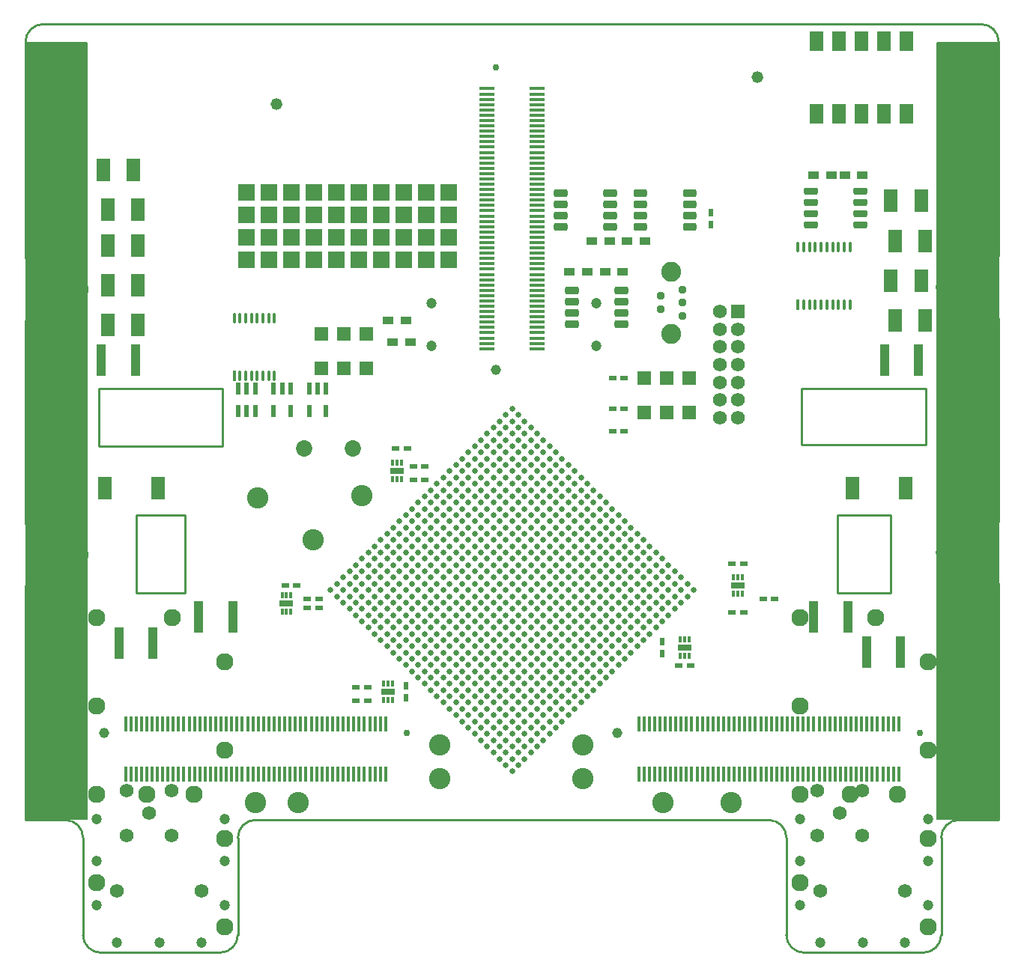
<source format=gts>
*
*
G04 PADS 9.5 Build Number: 522968 generated Gerber (RS-274-X) file*
G04 PC Version=2.1*
*
%IN "fakeSCROD.pcb"*%
*
%MOIN*%
*
%FSLAX35Y35*%
*
*
*
*
G04 PC Standard Apertures*
*
*
G04 Thermal Relief Aperture macro.*
%AMTER*
1,1,$1,0,0*
1,0,$1-$2,0,0*
21,0,$3,$4,0,0,45*
21,0,$3,$4,0,0,135*
%
*
*
G04 Annular Aperture macro.*
%AMANN*
1,1,$1,0,0*
1,0,$2,0,0*
%
*
*
G04 Odd Aperture macro.*
%AMODD*
1,1,$1,0,0*
1,0,$1-0.005,0,0*
%
*
*
G04 PC Custom Aperture Macros*
*
*
*
*
*
*
G04 PC Aperture Table*
*
%ADD010C,0.001*%
%ADD012C,0.005*%
%ADD013C,0.01*%
%ADD016C,0.095*%
%ADD216R,0.01578X0.06893*%
%ADD217O,0.01578X0.06893*%
%ADD218C,0.04531*%
%ADD219C,0.02956*%
%ADD220R,0.0335X0.02169*%
%ADD223R,0.02169X0.0335*%
%ADD226R,0.062X0.062*%
%ADD234R,0.022X0.052*%
%ADD235C,0.062*%
%ADD248R,0.04531X0.0335*%
%ADD259C,0.162*%
%ADD268R,0.01184X0.05121*%
%ADD269O,0.01184X0.05121*%
%ADD270C,0.03743*%
%ADD271C,0.08861*%
%ADD272C,0.07287*%
%ADD273C,0.047*%
%ADD274C,0.077*%
%ADD275C,0.052*%
%ADD276R,0.062X0.102*%
%ADD277R,0.0394X0.1398*%
%ADD278R,0.06499X0.10436*%
%ADD279R,0.05987X0.02798*%
%ADD280C,0.04743*%
%ADD281R,0.077X0.077*%
%ADD282R,0.06499X0.06106*%
%ADD283R,0.061X0.087*%
%ADD284C,0.02562*%
%ADD285R,0.06893X0.01578*%
%ADD286O,0.06893X0.01578*%
%ADD287R,0.01184X0.03153*%
*
*
*
*
G04 PC Circuitry*
G04 Layer Name fakeSCROD.pcb - circuitry*
%LPD*%
*
*
G04 PC Custom Flashes*
G04 Layer Name fakeSCROD.pcb - flashes*
%LPD*%
*
*
G04 PC Circuitry*
G04 Layer Name fakeSCROD.pcb - circuitry*
%LPD*%
*
G54D10*
G54D12*
G01X505762Y100250D02*
X532821D01*
Y446207*
X505762*
Y100250*
X100250D02*
X127309D01*
Y446207*
X100250*
Y100250*
X505762Y445750D02*
X532821D01*
X505762Y445250D02*
X532821D01*
X505762Y444750D02*
X532821D01*
X505762Y444250D02*
X532821D01*
X505762Y443750D02*
X532821D01*
X505762Y443250D02*
X532821D01*
X505762Y442750D02*
X532821D01*
X505762Y442250D02*
X532821D01*
X505762Y441750D02*
X532821D01*
X505762Y441250D02*
X532821D01*
X505762Y440750D02*
X532821D01*
X505762Y440250D02*
X532821D01*
X505762Y439750D02*
X532821D01*
X505762Y439250D02*
X532821D01*
X505762Y438750D02*
X532821D01*
X505762Y438250D02*
X532821D01*
X505762Y437750D02*
X532821D01*
X505762Y437250D02*
X532821D01*
X505762Y436750D02*
X532821D01*
X505762Y436250D02*
X532821D01*
X505762Y435750D02*
X532821D01*
X505762Y435250D02*
X532821D01*
X505762Y434750D02*
X532821D01*
X505762Y434250D02*
X532821D01*
X505762Y433750D02*
X532821D01*
X505762Y433250D02*
X532821D01*
X505762Y432750D02*
X532821D01*
X505762Y432250D02*
X532821D01*
X505762Y431750D02*
X532821D01*
X505762Y431250D02*
X532821D01*
X505762Y430750D02*
X532821D01*
X505762Y430250D02*
X532821D01*
X505762Y429750D02*
X532821D01*
X505762Y429250D02*
X532821D01*
X505762Y428750D02*
X532821D01*
X505762Y428250D02*
X532821D01*
X505762Y427750D02*
X532821D01*
X505762Y427250D02*
X532821D01*
X505762Y426750D02*
X532821D01*
X505762Y426250D02*
X532821D01*
X505762Y425750D02*
X532821D01*
X505762Y425250D02*
X532821D01*
X505762Y424750D02*
X532821D01*
X505762Y424250D02*
X532821D01*
X505762Y423750D02*
X532821D01*
X505762Y423250D02*
X532821D01*
X505762Y422750D02*
X532821D01*
X505762Y422250D02*
X532821D01*
X505762Y421750D02*
X532821D01*
X505762Y421250D02*
X532821D01*
X505762Y420750D02*
X532821D01*
X505762Y420250D02*
X532821D01*
X505762Y419750D02*
X532821D01*
X505762Y419250D02*
X532821D01*
X505762Y418750D02*
X532821D01*
X505762Y418250D02*
X532821D01*
X505762Y417750D02*
X532821D01*
X505762Y417250D02*
X532821D01*
X505762Y416750D02*
X532821D01*
X505762Y416250D02*
X532821D01*
X505762Y415750D02*
X532821D01*
X505762Y415250D02*
X532821D01*
X505762Y414750D02*
X532821D01*
X505762Y414250D02*
X532821D01*
X505762Y413750D02*
X532821D01*
X505762Y413250D02*
X532821D01*
X505762Y412750D02*
X532821D01*
X505762Y412250D02*
X532821D01*
X505762Y411750D02*
X532821D01*
X505762Y411250D02*
X532821D01*
X505762Y410750D02*
X532821D01*
X505762Y410250D02*
X532821D01*
X505762Y409750D02*
X532821D01*
X505762Y409250D02*
X532821D01*
X505762Y408750D02*
X532821D01*
X505762Y408250D02*
X532821D01*
X505762Y407750D02*
X532821D01*
X505762Y407250D02*
X532821D01*
X505762Y406750D02*
X532821D01*
X505762Y406250D02*
X532821D01*
X505762Y405750D02*
X532821D01*
X505762Y405250D02*
X532821D01*
X505762Y404750D02*
X532821D01*
X505762Y404250D02*
X532821D01*
X505762Y403750D02*
X532821D01*
X505762Y403250D02*
X532821D01*
X505762Y402750D02*
X532821D01*
X505762Y402250D02*
X532821D01*
X505762Y401750D02*
X532821D01*
X505762Y401250D02*
X532821D01*
X505762Y400750D02*
X532821D01*
X505762Y400250D02*
X532821D01*
X505762Y399750D02*
X532821D01*
X505762Y399250D02*
X532821D01*
X505762Y398750D02*
X532821D01*
X505762Y398250D02*
X532821D01*
X505762Y397750D02*
X532821D01*
X505762Y397250D02*
X532821D01*
X505762Y396750D02*
X532821D01*
X505762Y396250D02*
X532821D01*
X505762Y395750D02*
X532821D01*
X505762Y395250D02*
X532821D01*
X505762Y394750D02*
X532821D01*
X505762Y394250D02*
X532821D01*
X505762Y393750D02*
X532821D01*
X505762Y393250D02*
X532821D01*
X505762Y392750D02*
X532821D01*
X505762Y392250D02*
X532821D01*
X505762Y391750D02*
X532821D01*
X505762Y391250D02*
X532821D01*
X505762Y390750D02*
X532821D01*
X505762Y390250D02*
X532821D01*
X505762Y389750D02*
X532821D01*
X505762Y389250D02*
X532821D01*
X505762Y388750D02*
X532821D01*
X505762Y388250D02*
X532821D01*
X505762Y387750D02*
X532821D01*
X505762Y387250D02*
X532821D01*
X505762Y386750D02*
X532821D01*
X505762Y386250D02*
X532821D01*
X505762Y385750D02*
X532821D01*
X505762Y385250D02*
X532821D01*
X505762Y384750D02*
X532821D01*
X505762Y384250D02*
X532821D01*
X505762Y383750D02*
X532821D01*
X505762Y383250D02*
X532821D01*
X505762Y382750D02*
X532821D01*
X505762Y382250D02*
X532821D01*
X505762Y381750D02*
X532821D01*
X505762Y381250D02*
X532821D01*
X505762Y380750D02*
X532821D01*
X505762Y380250D02*
X532821D01*
X505762Y379750D02*
X532821D01*
X505762Y379250D02*
X532821D01*
X505762Y378750D02*
X532821D01*
X505762Y378250D02*
X532821D01*
X505762Y377750D02*
X532821D01*
X505762Y377250D02*
X532821D01*
X505762Y376750D02*
X532821D01*
X505762Y376250D02*
X532821D01*
X505762Y375750D02*
X532821D01*
X505762Y375250D02*
X532821D01*
X505762Y374750D02*
X532821D01*
X505762Y374250D02*
X532821D01*
X505762Y373750D02*
X532821D01*
X505762Y373250D02*
X532821D01*
X505762Y372750D02*
X532821D01*
X505762Y372250D02*
X532821D01*
X505762Y371750D02*
X532821D01*
X505762Y371250D02*
X532821D01*
X505762Y370750D02*
X532821D01*
X505762Y370250D02*
X532821D01*
X505762Y369750D02*
X532821D01*
X505762Y369250D02*
X532821D01*
X505762Y368750D02*
X532821D01*
X505762Y368250D02*
X532821D01*
X505762Y367750D02*
X532821D01*
X505762Y367250D02*
X532821D01*
X505762Y366750D02*
X532821D01*
X505762Y366250D02*
X532821D01*
X505762Y365750D02*
X532821D01*
X505762Y365250D02*
X532821D01*
X505762Y364750D02*
X532821D01*
X505762Y364250D02*
X532821D01*
X505762Y363750D02*
X532821D01*
X505762Y363250D02*
X532821D01*
X505762Y362750D02*
X532821D01*
X505762Y362250D02*
X532821D01*
X505762Y361750D02*
X532821D01*
X505762Y361250D02*
X532821D01*
X505762Y360750D02*
X532821D01*
X505762Y360250D02*
X532821D01*
X505762Y359750D02*
X532821D01*
X505762Y359250D02*
X532821D01*
X505762Y358750D02*
X532821D01*
X505762Y358250D02*
X532821D01*
X505762Y357750D02*
X532821D01*
X505762Y357250D02*
X532821D01*
X505762Y356750D02*
X532821D01*
X505762Y356250D02*
X532821D01*
X505762Y355750D02*
X532821D01*
X505762Y355250D02*
X532821D01*
X505762Y354750D02*
X532821D01*
X505762Y354250D02*
X532821D01*
X505762Y353750D02*
X532821D01*
X505762Y353250D02*
X532821D01*
X505762Y352750D02*
X532821D01*
X505762Y352250D02*
X532821D01*
X505762Y351750D02*
X532821D01*
X505762Y351250D02*
X532821D01*
X505762Y350750D02*
X532821D01*
X505762Y350250D02*
X532821D01*
X505762Y349750D02*
X532821D01*
X505762Y349250D02*
X532821D01*
X505762Y348750D02*
X532821D01*
X505762Y348250D02*
X532821D01*
X505762Y347750D02*
X532821D01*
X505762Y347250D02*
X532821D01*
X505762Y346750D02*
X532821D01*
X505762Y346250D02*
X532821D01*
X505762Y345750D02*
X532821D01*
X505762Y345250D02*
X532821D01*
X505762Y344750D02*
X532821D01*
X505762Y344250D02*
X532821D01*
X505762Y343750D02*
X532821D01*
X505762Y343250D02*
X532821D01*
X505762Y342750D02*
X532821D01*
X505762Y342250D02*
X532821D01*
X505762Y341750D02*
X532821D01*
X505762Y341250D02*
X532821D01*
X505762Y340750D02*
X532821D01*
X505762Y340250D02*
X532821D01*
X505762Y339750D02*
X532821D01*
X505762Y339250D02*
X532821D01*
X505762Y338750D02*
X532821D01*
X505762Y338250D02*
X532821D01*
X505762Y337750D02*
X532821D01*
X505762Y337250D02*
X532821D01*
X505762Y336750D02*
X532821D01*
X505762Y336250D02*
X532821D01*
X505762Y335750D02*
X532821D01*
X505762Y335250D02*
X532821D01*
X505762Y334750D02*
X532821D01*
X505762Y334250D02*
X532821D01*
X505762Y333750D02*
X532821D01*
X505762Y333250D02*
X532821D01*
X505762Y332750D02*
X532821D01*
X505762Y332250D02*
X532821D01*
X505762Y331750D02*
X532821D01*
X505762Y331250D02*
X532821D01*
X505762Y330750D02*
X532821D01*
X505762Y330250D02*
X532821D01*
X505762Y329750D02*
X532821D01*
X505762Y329250D02*
X532821D01*
X505762Y328750D02*
X532821D01*
X505762Y328250D02*
X532821D01*
X505762Y327750D02*
X532821D01*
X505762Y327250D02*
X532821D01*
X505762Y326750D02*
X532821D01*
X505762Y326250D02*
X532821D01*
X505762Y325750D02*
X532821D01*
X505762Y325250D02*
X532821D01*
X505762Y324750D02*
X532821D01*
X505762Y324250D02*
X532821D01*
X505762Y323750D02*
X532821D01*
X505762Y323250D02*
X532821D01*
X505762Y322750D02*
X532821D01*
X505762Y322250D02*
X532821D01*
X505762Y321750D02*
X532821D01*
X505762Y321250D02*
X532821D01*
X505762Y320750D02*
X532821D01*
X505762Y320250D02*
X532821D01*
X505762Y319750D02*
X532821D01*
X505762Y319250D02*
X532821D01*
X505762Y318750D02*
X532821D01*
X505762Y318250D02*
X532821D01*
X505762Y317750D02*
X532821D01*
X505762Y317250D02*
X532821D01*
X505762Y316750D02*
X532821D01*
X505762Y316250D02*
X532821D01*
X505762Y315750D02*
X532821D01*
X505762Y315250D02*
X532821D01*
X505762Y314750D02*
X532821D01*
X505762Y314250D02*
X532821D01*
X505762Y313750D02*
X532821D01*
X505762Y313250D02*
X532821D01*
X505762Y312750D02*
X532821D01*
X505762Y312250D02*
X532821D01*
X505762Y311750D02*
X532821D01*
X505762Y311250D02*
X532821D01*
X505762Y310750D02*
X532821D01*
X505762Y310250D02*
X532821D01*
X505762Y309750D02*
X532821D01*
X505762Y309250D02*
X532821D01*
X505762Y308750D02*
X532821D01*
X505762Y308250D02*
X532821D01*
X505762Y307750D02*
X532821D01*
X505762Y307250D02*
X532821D01*
X505762Y306750D02*
X532821D01*
X505762Y306250D02*
X532821D01*
X505762Y305750D02*
X532821D01*
X505762Y305250D02*
X532821D01*
X505762Y304750D02*
X532821D01*
X505762Y304250D02*
X532821D01*
X505762Y303750D02*
X532821D01*
X505762Y303250D02*
X532821D01*
X505762Y302750D02*
X532821D01*
X505762Y302250D02*
X532821D01*
X505762Y301750D02*
X532821D01*
X505762Y301250D02*
X532821D01*
X505762Y300750D02*
X532821D01*
X505762Y300250D02*
X532821D01*
X505762Y299750D02*
X532821D01*
X505762Y299250D02*
X532821D01*
X505762Y298750D02*
X532821D01*
X505762Y298250D02*
X532821D01*
X505762Y297750D02*
X532821D01*
X505762Y297250D02*
X532821D01*
X505762Y296750D02*
X532821D01*
X505762Y296250D02*
X532821D01*
X505762Y295750D02*
X532821D01*
X505762Y295250D02*
X532821D01*
X505762Y294750D02*
X532821D01*
X505762Y294250D02*
X532821D01*
X505762Y293750D02*
X532821D01*
X505762Y293250D02*
X532821D01*
X505762Y292750D02*
X532821D01*
X505762Y292250D02*
X532821D01*
X505762Y291750D02*
X532821D01*
X505762Y291250D02*
X532821D01*
X505762Y290750D02*
X532821D01*
X505762Y290250D02*
X532821D01*
X505762Y289750D02*
X532821D01*
X505762Y289250D02*
X532821D01*
X505762Y288750D02*
X532821D01*
X505762Y288250D02*
X532821D01*
X505762Y287750D02*
X532821D01*
X505762Y287250D02*
X532821D01*
X505762Y286750D02*
X532821D01*
X505762Y286250D02*
X532821D01*
X505762Y285750D02*
X532821D01*
X505762Y285250D02*
X532821D01*
X505762Y284750D02*
X532821D01*
X505762Y284250D02*
X532821D01*
X505762Y283750D02*
X532821D01*
X505762Y283250D02*
X532821D01*
X505762Y282750D02*
X532821D01*
X505762Y282250D02*
X532821D01*
X505762Y281750D02*
X532821D01*
X505762Y281250D02*
X532821D01*
X505762Y280750D02*
X532821D01*
X505762Y280250D02*
X532821D01*
X505762Y279750D02*
X532821D01*
X505762Y279250D02*
X532821D01*
X505762Y278750D02*
X532821D01*
X505762Y278250D02*
X532821D01*
X505762Y277750D02*
X532821D01*
X505762Y277250D02*
X532821D01*
X505762Y276750D02*
X532821D01*
X505762Y276250D02*
X532821D01*
X505762Y275750D02*
X532821D01*
X505762Y275250D02*
X532821D01*
X505762Y274750D02*
X532821D01*
X505762Y274250D02*
X532821D01*
X505762Y273750D02*
X532821D01*
X505762Y273250D02*
X532821D01*
X505762Y272750D02*
X532821D01*
X505762Y272250D02*
X532821D01*
X505762Y271750D02*
X532821D01*
X505762Y271250D02*
X532821D01*
X505762Y270750D02*
X532821D01*
X505762Y270250D02*
X532821D01*
X505762Y269750D02*
X532821D01*
X505762Y269250D02*
X532821D01*
X505762Y268750D02*
X532821D01*
X505762Y268250D02*
X532821D01*
X505762Y267750D02*
X532821D01*
X505762Y267250D02*
X532821D01*
X505762Y266750D02*
X532821D01*
X505762Y266250D02*
X532821D01*
X505762Y265750D02*
X532821D01*
X505762Y265250D02*
X532821D01*
X505762Y264750D02*
X532821D01*
X505762Y264250D02*
X532821D01*
X505762Y263750D02*
X532821D01*
X505762Y263250D02*
X532821D01*
X505762Y262750D02*
X532821D01*
X505762Y262250D02*
X532821D01*
X505762Y261750D02*
X532821D01*
X505762Y261250D02*
X532821D01*
X505762Y260750D02*
X532821D01*
X505762Y260250D02*
X532821D01*
X505762Y259750D02*
X532821D01*
X505762Y259250D02*
X532821D01*
X505762Y258750D02*
X532821D01*
X505762Y258250D02*
X532821D01*
X505762Y257750D02*
X532821D01*
X505762Y257250D02*
X532821D01*
X505762Y256750D02*
X532821D01*
X505762Y256250D02*
X532821D01*
X505762Y255750D02*
X532821D01*
X505762Y255250D02*
X532821D01*
X505762Y254750D02*
X532821D01*
X505762Y254250D02*
X532821D01*
X505762Y253750D02*
X532821D01*
X505762Y253250D02*
X532821D01*
X505762Y252750D02*
X532821D01*
X505762Y252250D02*
X532821D01*
X505762Y251750D02*
X532821D01*
X505762Y251250D02*
X532821D01*
X505762Y250750D02*
X532821D01*
X505762Y250250D02*
X532821D01*
X505762Y249750D02*
X532821D01*
X505762Y249250D02*
X532821D01*
X505762Y248750D02*
X532821D01*
X505762Y248250D02*
X532821D01*
X505762Y247750D02*
X532821D01*
X505762Y247250D02*
X532821D01*
X505762Y246750D02*
X532821D01*
X505762Y246250D02*
X532821D01*
X505762Y245750D02*
X532821D01*
X505762Y245250D02*
X532821D01*
X505762Y244750D02*
X532821D01*
X505762Y244250D02*
X532821D01*
X505762Y243750D02*
X532821D01*
X505762Y243250D02*
X532821D01*
X505762Y242750D02*
X532821D01*
X505762Y242250D02*
X532821D01*
X505762Y241750D02*
X532821D01*
X505762Y241250D02*
X532821D01*
X505762Y240750D02*
X532821D01*
X505762Y240250D02*
X532821D01*
X505762Y239750D02*
X532821D01*
X505762Y239250D02*
X532821D01*
X505762Y238750D02*
X532821D01*
X505762Y238250D02*
X532821D01*
X505762Y237750D02*
X532821D01*
X505762Y237250D02*
X532821D01*
X505762Y236750D02*
X532821D01*
X505762Y236250D02*
X532821D01*
X505762Y235750D02*
X532821D01*
X505762Y235250D02*
X532821D01*
X505762Y234750D02*
X532821D01*
X505762Y234250D02*
X532821D01*
X505762Y233750D02*
X532821D01*
X505762Y233250D02*
X532821D01*
X505762Y232750D02*
X532821D01*
X505762Y232250D02*
X532821D01*
X505762Y231750D02*
X532821D01*
X505762Y231250D02*
X532821D01*
X505762Y230750D02*
X532821D01*
X505762Y230250D02*
X532821D01*
X505762Y229750D02*
X532821D01*
X505762Y229250D02*
X532821D01*
X505762Y228750D02*
X532821D01*
X505762Y228250D02*
X532821D01*
X505762Y227750D02*
X532821D01*
X505762Y227250D02*
X532821D01*
X505762Y226750D02*
X532821D01*
X505762Y226250D02*
X532821D01*
X505762Y225750D02*
X532821D01*
X505762Y225250D02*
X532821D01*
X505762Y224750D02*
X532821D01*
X505762Y224250D02*
X532821D01*
X505762Y223750D02*
X532821D01*
X505762Y223250D02*
X532821D01*
X505762Y222750D02*
X532821D01*
X505762Y222250D02*
X532821D01*
X505762Y221750D02*
X532821D01*
X505762Y221250D02*
X532821D01*
X505762Y220750D02*
X532821D01*
X505762Y220250D02*
X532821D01*
X505762Y219750D02*
X532821D01*
X505762Y219250D02*
X532821D01*
X505762Y218750D02*
X532821D01*
X505762Y218250D02*
X532821D01*
X505762Y217750D02*
X532821D01*
X505762Y217250D02*
X532821D01*
X505762Y216750D02*
X532821D01*
X505762Y216250D02*
X532821D01*
X505762Y215750D02*
X532821D01*
X505762Y215250D02*
X532821D01*
X505762Y214750D02*
X532821D01*
X505762Y214250D02*
X532821D01*
X505762Y213750D02*
X532821D01*
X505762Y213250D02*
X532821D01*
X505762Y212750D02*
X532821D01*
X505762Y212250D02*
X532821D01*
X505762Y211750D02*
X532821D01*
X505762Y211250D02*
X532821D01*
X505762Y210750D02*
X532821D01*
X505762Y210250D02*
X532821D01*
X505762Y209750D02*
X532821D01*
X505762Y209250D02*
X532821D01*
X505762Y208750D02*
X532821D01*
X505762Y208250D02*
X532821D01*
X505762Y207750D02*
X532821D01*
X505762Y207250D02*
X532821D01*
X505762Y206750D02*
X532821D01*
X505762Y206250D02*
X532821D01*
X505762Y205750D02*
X532821D01*
X505762Y205250D02*
X532821D01*
X505762Y204750D02*
X532821D01*
X505762Y204250D02*
X532821D01*
X505762Y203750D02*
X532821D01*
X505762Y203250D02*
X532821D01*
X505762Y202750D02*
X532821D01*
X505762Y202250D02*
X532821D01*
X505762Y201750D02*
X532821D01*
X505762Y201250D02*
X532821D01*
X505762Y200750D02*
X532821D01*
X505762Y200250D02*
X532821D01*
X505762Y199750D02*
X532821D01*
X505762Y199250D02*
X532821D01*
X505762Y198750D02*
X532821D01*
X505762Y198250D02*
X532821D01*
X505762Y197750D02*
X532821D01*
X505762Y197250D02*
X532821D01*
X505762Y196750D02*
X532821D01*
X505762Y196250D02*
X532821D01*
X505762Y195750D02*
X532821D01*
X505762Y195250D02*
X532821D01*
X505762Y194750D02*
X532821D01*
X505762Y194250D02*
X532821D01*
X505762Y193750D02*
X532821D01*
X505762Y193250D02*
X532821D01*
X505762Y192750D02*
X532821D01*
X505762Y192250D02*
X532821D01*
X505762Y191750D02*
X532821D01*
X505762Y191250D02*
X532821D01*
X505762Y190750D02*
X532821D01*
X505762Y190250D02*
X532821D01*
X505762Y189750D02*
X532821D01*
X505762Y189250D02*
X532821D01*
X505762Y188750D02*
X532821D01*
X505762Y188250D02*
X532821D01*
X505762Y187750D02*
X532821D01*
X505762Y187250D02*
X532821D01*
X505762Y186750D02*
X532821D01*
X505762Y186250D02*
X532821D01*
X505762Y185750D02*
X532821D01*
X505762Y185250D02*
X532821D01*
X505762Y184750D02*
X532821D01*
X505762Y184250D02*
X532821D01*
X505762Y183750D02*
X532821D01*
X505762Y183250D02*
X532821D01*
X505762Y182750D02*
X532821D01*
X505762Y182250D02*
X532821D01*
X505762Y181750D02*
X532821D01*
X505762Y181250D02*
X532821D01*
X505762Y180750D02*
X532821D01*
X505762Y180250D02*
X532821D01*
X505762Y179750D02*
X532821D01*
X505762Y179250D02*
X532821D01*
X505762Y178750D02*
X532821D01*
X505762Y178250D02*
X532821D01*
X505762Y177750D02*
X532821D01*
X505762Y177250D02*
X532821D01*
X505762Y176750D02*
X532821D01*
X505762Y176250D02*
X532821D01*
X505762Y175750D02*
X532821D01*
X505762Y175250D02*
X532821D01*
X505762Y174750D02*
X532821D01*
X505762Y174250D02*
X532821D01*
X505762Y173750D02*
X532821D01*
X505762Y173250D02*
X532821D01*
X505762Y172750D02*
X532821D01*
X505762Y172250D02*
X532821D01*
X505762Y171750D02*
X532821D01*
X505762Y171250D02*
X532821D01*
X505762Y170750D02*
X532821D01*
X505762Y170250D02*
X532821D01*
X505762Y169750D02*
X532821D01*
X505762Y169250D02*
X532821D01*
X505762Y168750D02*
X532821D01*
X505762Y168250D02*
X532821D01*
X505762Y167750D02*
X532821D01*
X505762Y167250D02*
X532821D01*
X505762Y166750D02*
X532821D01*
X505762Y166250D02*
X532821D01*
X505762Y165750D02*
X532821D01*
X505762Y165250D02*
X532821D01*
X505762Y164750D02*
X532821D01*
X505762Y164250D02*
X532821D01*
X505762Y163750D02*
X532821D01*
X505762Y163250D02*
X532821D01*
X505762Y162750D02*
X532821D01*
X505762Y162250D02*
X532821D01*
X505762Y161750D02*
X532821D01*
X505762Y161250D02*
X532821D01*
X505762Y160750D02*
X532821D01*
X505762Y160250D02*
X532821D01*
X505762Y159750D02*
X532821D01*
X505762Y159250D02*
X532821D01*
X505762Y158750D02*
X532821D01*
X505762Y158250D02*
X532821D01*
X505762Y157750D02*
X532821D01*
X505762Y157250D02*
X532821D01*
X505762Y156750D02*
X532821D01*
X505762Y156250D02*
X532821D01*
X505762Y155750D02*
X532821D01*
X505762Y155250D02*
X532821D01*
X505762Y154750D02*
X532821D01*
X505762Y154250D02*
X532821D01*
X505762Y153750D02*
X532821D01*
X505762Y153250D02*
X532821D01*
X505762Y152750D02*
X532821D01*
X505762Y152250D02*
X532821D01*
X505762Y151750D02*
X532821D01*
X505762Y151250D02*
X532821D01*
X505762Y150750D02*
X532821D01*
X505762Y150250D02*
X532821D01*
X505762Y149750D02*
X532821D01*
X505762Y149250D02*
X532821D01*
X505762Y148750D02*
X532821D01*
X505762Y148250D02*
X532821D01*
X505762Y147750D02*
X532821D01*
X505762Y147250D02*
X532821D01*
X505762Y146750D02*
X532821D01*
X505762Y146250D02*
X532821D01*
X505762Y145750D02*
X532821D01*
X505762Y145250D02*
X532821D01*
X505762Y144750D02*
X532821D01*
X505762Y144250D02*
X532821D01*
X505762Y143750D02*
X532821D01*
X505762Y143250D02*
X532821D01*
X505762Y142750D02*
X532821D01*
X505762Y142250D02*
X532821D01*
X505762Y141750D02*
X532821D01*
X505762Y141250D02*
X532821D01*
X505762Y140750D02*
X532821D01*
X505762Y140250D02*
X532821D01*
X505762Y139750D02*
X532821D01*
X505762Y139250D02*
X532821D01*
X505762Y138750D02*
X532821D01*
X505762Y138250D02*
X532821D01*
X505762Y137750D02*
X532821D01*
X505762Y137250D02*
X532821D01*
X505762Y136750D02*
X532821D01*
X505762Y136250D02*
X532821D01*
X505762Y135750D02*
X532821D01*
X505762Y135250D02*
X532821D01*
X505762Y134750D02*
X532821D01*
X505762Y134250D02*
X532821D01*
X505762Y133750D02*
X532821D01*
X505762Y133250D02*
X532821D01*
X505762Y132750D02*
X532821D01*
X505762Y132250D02*
X532821D01*
X505762Y131750D02*
X532821D01*
X505762Y131250D02*
X532821D01*
X505762Y130750D02*
X532821D01*
X505762Y130250D02*
X532821D01*
X505762Y129750D02*
X532821D01*
X505762Y129250D02*
X532821D01*
X505762Y128750D02*
X532821D01*
X505762Y128250D02*
X532821D01*
X505762Y127750D02*
X532821D01*
X505762Y127250D02*
X532821D01*
X505762Y126750D02*
X532821D01*
X505762Y126250D02*
X532821D01*
X505762Y125750D02*
X532821D01*
X505762Y125250D02*
X532821D01*
X505762Y124750D02*
X532821D01*
X505762Y124250D02*
X532821D01*
X505762Y123750D02*
X532821D01*
X505762Y123250D02*
X532821D01*
X505762Y122750D02*
X532821D01*
X505762Y122250D02*
X532821D01*
X505762Y121750D02*
X532821D01*
X505762Y121250D02*
X532821D01*
X505762Y120750D02*
X532821D01*
X505762Y120250D02*
X532821D01*
X505762Y119750D02*
X532821D01*
X505762Y119250D02*
X532821D01*
X505762Y118750D02*
X532821D01*
X505762Y118250D02*
X532821D01*
X505762Y117750D02*
X532821D01*
X505762Y117250D02*
X532821D01*
X505762Y116750D02*
X532821D01*
X505762Y116250D02*
X532821D01*
X505762Y115750D02*
X532821D01*
X505762Y115250D02*
X532821D01*
X505762Y114750D02*
X532821D01*
X505762Y114250D02*
X532821D01*
X505762Y113750D02*
X532821D01*
X505762Y113250D02*
X532821D01*
X505762Y112750D02*
X532821D01*
X505762Y112250D02*
X532821D01*
X505762Y111750D02*
X532821D01*
X505762Y111250D02*
X532821D01*
X505762Y110750D02*
X532821D01*
X505762Y110250D02*
X532821D01*
X505762Y109750D02*
X532821D01*
X505762Y109250D02*
X532821D01*
X505762Y108750D02*
X532821D01*
X505762Y108250D02*
X532821D01*
X505762Y107750D02*
X532821D01*
X505762Y107250D02*
X532821D01*
X505762Y106750D02*
X532821D01*
X505762Y106250D02*
X532821D01*
X505762Y105750D02*
X532821D01*
X505762Y105250D02*
X532821D01*
X505762Y104750D02*
X532821D01*
X505762Y104250D02*
X532821D01*
X505762Y103750D02*
X532821D01*
X505762Y103250D02*
X532821D01*
X505762Y102750D02*
X532821D01*
X505762Y102250D02*
X532821D01*
X505762Y101750D02*
X532821D01*
X505762Y101250D02*
X532821D01*
X505762Y100750D02*
X532821D01*
X505762Y100250D02*
Y446207D01*
X506262Y100250D02*
Y446207D01*
X506762Y100250D02*
Y446207D01*
X507262Y100250D02*
Y446207D01*
X507762Y100250D02*
Y446207D01*
X508262Y100250D02*
Y446207D01*
X508762Y100250D02*
Y446207D01*
X509262Y100250D02*
Y446207D01*
X509762Y100250D02*
Y446207D01*
X510262Y100250D02*
Y446207D01*
X510762Y100250D02*
Y446207D01*
X511262Y100250D02*
Y446207D01*
X511762Y100250D02*
Y446207D01*
X512262Y100250D02*
Y446207D01*
X512762Y100250D02*
Y446207D01*
X513262Y100250D02*
Y446207D01*
X513762Y100250D02*
Y446207D01*
X514262Y100250D02*
Y446207D01*
X514762Y100250D02*
Y446207D01*
X515262Y100250D02*
Y446207D01*
X515762Y100250D02*
Y446207D01*
X516262Y100250D02*
Y446207D01*
X516762Y100250D02*
Y446207D01*
X517262Y100250D02*
Y446207D01*
X517762Y100250D02*
Y446207D01*
X518262Y100250D02*
Y446207D01*
X518762Y100250D02*
Y446207D01*
X519262Y100250D02*
Y446207D01*
X519762Y100250D02*
Y446207D01*
X520262Y100250D02*
Y446207D01*
X520762Y100250D02*
Y446207D01*
X521262Y100250D02*
Y446207D01*
X521762Y100250D02*
Y446207D01*
X522262Y100250D02*
Y446207D01*
X522762Y100250D02*
Y446207D01*
X523262Y100250D02*
Y446207D01*
X523762Y100250D02*
Y446207D01*
X524262Y100250D02*
Y446207D01*
X524762Y100250D02*
Y446207D01*
X525262Y100250D02*
Y446207D01*
X525762Y100250D02*
Y446207D01*
X526262Y100250D02*
Y446207D01*
X526762Y100250D02*
Y446207D01*
X527262Y100250D02*
Y446207D01*
X527762Y100250D02*
Y446207D01*
X528262Y100250D02*
Y446207D01*
X528762Y100250D02*
Y446207D01*
X529262Y100250D02*
Y446207D01*
X529762Y100250D02*
Y446207D01*
X530262Y100250D02*
Y446207D01*
X530762Y100250D02*
Y446207D01*
X531262Y100250D02*
Y446207D01*
X531762Y100250D02*
Y446207D01*
X532262Y100250D02*
Y446207D01*
X532762Y100250D02*
Y446207D01*
X100250Y445750D02*
X127309D01*
X100250Y445250D02*
X127309D01*
X100250Y444750D02*
X127309D01*
X100250Y444250D02*
X127309D01*
X100250Y443750D02*
X127309D01*
X100250Y443250D02*
X127309D01*
X100250Y442750D02*
X127309D01*
X100250Y442250D02*
X127309D01*
X100250Y441750D02*
X127309D01*
X100250Y441250D02*
X127309D01*
X100250Y440750D02*
X127309D01*
X100250Y440250D02*
X127309D01*
X100250Y439750D02*
X127309D01*
X100250Y439250D02*
X127309D01*
X100250Y438750D02*
X127309D01*
X100250Y438250D02*
X127309D01*
X100250Y437750D02*
X127309D01*
X100250Y437250D02*
X127309D01*
X100250Y436750D02*
X127309D01*
X100250Y436250D02*
X127309D01*
X100250Y435750D02*
X127309D01*
X100250Y435250D02*
X127309D01*
X100250Y434750D02*
X127309D01*
X100250Y434250D02*
X127309D01*
X100250Y433750D02*
X127309D01*
X100250Y433250D02*
X127309D01*
X100250Y432750D02*
X127309D01*
X100250Y432250D02*
X127309D01*
X100250Y431750D02*
X127309D01*
X100250Y431250D02*
X127309D01*
X100250Y430750D02*
X127309D01*
X100250Y430250D02*
X127309D01*
X100250Y429750D02*
X127309D01*
X100250Y429250D02*
X127309D01*
X100250Y428750D02*
X127309D01*
X100250Y428250D02*
X127309D01*
X100250Y427750D02*
X127309D01*
X100250Y427250D02*
X127309D01*
X100250Y426750D02*
X127309D01*
X100250Y426250D02*
X127309D01*
X100250Y425750D02*
X127309D01*
X100250Y425250D02*
X127309D01*
X100250Y424750D02*
X127309D01*
X100250Y424250D02*
X127309D01*
X100250Y423750D02*
X127309D01*
X100250Y423250D02*
X127309D01*
X100250Y422750D02*
X127309D01*
X100250Y422250D02*
X127309D01*
X100250Y421750D02*
X127309D01*
X100250Y421250D02*
X127309D01*
X100250Y420750D02*
X127309D01*
X100250Y420250D02*
X127309D01*
X100250Y419750D02*
X127309D01*
X100250Y419250D02*
X127309D01*
X100250Y418750D02*
X127309D01*
X100250Y418250D02*
X127309D01*
X100250Y417750D02*
X127309D01*
X100250Y417250D02*
X127309D01*
X100250Y416750D02*
X127309D01*
X100250Y416250D02*
X127309D01*
X100250Y415750D02*
X127309D01*
X100250Y415250D02*
X127309D01*
X100250Y414750D02*
X127309D01*
X100250Y414250D02*
X127309D01*
X100250Y413750D02*
X127309D01*
X100250Y413250D02*
X127309D01*
X100250Y412750D02*
X127309D01*
X100250Y412250D02*
X127309D01*
X100250Y411750D02*
X127309D01*
X100250Y411250D02*
X127309D01*
X100250Y410750D02*
X127309D01*
X100250Y410250D02*
X127309D01*
X100250Y409750D02*
X127309D01*
X100250Y409250D02*
X127309D01*
X100250Y408750D02*
X127309D01*
X100250Y408250D02*
X127309D01*
X100250Y407750D02*
X127309D01*
X100250Y407250D02*
X127309D01*
X100250Y406750D02*
X127309D01*
X100250Y406250D02*
X127309D01*
X100250Y405750D02*
X127309D01*
X100250Y405250D02*
X127309D01*
X100250Y404750D02*
X127309D01*
X100250Y404250D02*
X127309D01*
X100250Y403750D02*
X127309D01*
X100250Y403250D02*
X127309D01*
X100250Y402750D02*
X127309D01*
X100250Y402250D02*
X127309D01*
X100250Y401750D02*
X127309D01*
X100250Y401250D02*
X127309D01*
X100250Y400750D02*
X127309D01*
X100250Y400250D02*
X127309D01*
X100250Y399750D02*
X127309D01*
X100250Y399250D02*
X127309D01*
X100250Y398750D02*
X127309D01*
X100250Y398250D02*
X127309D01*
X100250Y397750D02*
X127309D01*
X100250Y397250D02*
X127309D01*
X100250Y396750D02*
X127309D01*
X100250Y396250D02*
X127309D01*
X100250Y395750D02*
X127309D01*
X100250Y395250D02*
X127309D01*
X100250Y394750D02*
X127309D01*
X100250Y394250D02*
X127309D01*
X100250Y393750D02*
X127309D01*
X100250Y393250D02*
X127309D01*
X100250Y392750D02*
X127309D01*
X100250Y392250D02*
X127309D01*
X100250Y391750D02*
X127309D01*
X100250Y391250D02*
X127309D01*
X100250Y390750D02*
X127309D01*
X100250Y390250D02*
X127309D01*
X100250Y389750D02*
X127309D01*
X100250Y389250D02*
X127309D01*
X100250Y388750D02*
X127309D01*
X100250Y388250D02*
X127309D01*
X100250Y387750D02*
X127309D01*
X100250Y387250D02*
X127309D01*
X100250Y386750D02*
X127309D01*
X100250Y386250D02*
X127309D01*
X100250Y385750D02*
X127309D01*
X100250Y385250D02*
X127309D01*
X100250Y384750D02*
X127309D01*
X100250Y384250D02*
X127309D01*
X100250Y383750D02*
X127309D01*
X100250Y383250D02*
X127309D01*
X100250Y382750D02*
X127309D01*
X100250Y382250D02*
X127309D01*
X100250Y381750D02*
X127309D01*
X100250Y381250D02*
X127309D01*
X100250Y380750D02*
X127309D01*
X100250Y380250D02*
X127309D01*
X100250Y379750D02*
X127309D01*
X100250Y379250D02*
X127309D01*
X100250Y378750D02*
X127309D01*
X100250Y378250D02*
X127309D01*
X100250Y377750D02*
X127309D01*
X100250Y377250D02*
X127309D01*
X100250Y376750D02*
X127309D01*
X100250Y376250D02*
X127309D01*
X100250Y375750D02*
X127309D01*
X100250Y375250D02*
X127309D01*
X100250Y374750D02*
X127309D01*
X100250Y374250D02*
X127309D01*
X100250Y373750D02*
X127309D01*
X100250Y373250D02*
X127309D01*
X100250Y372750D02*
X127309D01*
X100250Y372250D02*
X127309D01*
X100250Y371750D02*
X127309D01*
X100250Y371250D02*
X127309D01*
X100250Y370750D02*
X127309D01*
X100250Y370250D02*
X127309D01*
X100250Y369750D02*
X127309D01*
X100250Y369250D02*
X127309D01*
X100250Y368750D02*
X127309D01*
X100250Y368250D02*
X127309D01*
X100250Y367750D02*
X127309D01*
X100250Y367250D02*
X127309D01*
X100250Y366750D02*
X127309D01*
X100250Y366250D02*
X127309D01*
X100250Y365750D02*
X127309D01*
X100250Y365250D02*
X127309D01*
X100250Y364750D02*
X127309D01*
X100250Y364250D02*
X127309D01*
X100250Y363750D02*
X127309D01*
X100250Y363250D02*
X127309D01*
X100250Y362750D02*
X127309D01*
X100250Y362250D02*
X127309D01*
X100250Y361750D02*
X127309D01*
X100250Y361250D02*
X127309D01*
X100250Y360750D02*
X127309D01*
X100250Y360250D02*
X127309D01*
X100250Y359750D02*
X127309D01*
X100250Y359250D02*
X127309D01*
X100250Y358750D02*
X127309D01*
X100250Y358250D02*
X127309D01*
X100250Y357750D02*
X127309D01*
X100250Y357250D02*
X127309D01*
X100250Y356750D02*
X127309D01*
X100250Y356250D02*
X127309D01*
X100250Y355750D02*
X127309D01*
X100250Y355250D02*
X127309D01*
X100250Y354750D02*
X127309D01*
X100250Y354250D02*
X127309D01*
X100250Y353750D02*
X127309D01*
X100250Y353250D02*
X127309D01*
X100250Y352750D02*
X127309D01*
X100250Y352250D02*
X127309D01*
X100250Y351750D02*
X127309D01*
X100250Y351250D02*
X127309D01*
X100250Y350750D02*
X127309D01*
X100250Y350250D02*
X127309D01*
X100250Y349750D02*
X127309D01*
X100250Y349250D02*
X127309D01*
X100250Y348750D02*
X127309D01*
X100250Y348250D02*
X127309D01*
X100250Y347750D02*
X127309D01*
X100250Y347250D02*
X127309D01*
X100250Y346750D02*
X127309D01*
X100250Y346250D02*
X127309D01*
X100250Y345750D02*
X127309D01*
X100250Y345250D02*
X127309D01*
X100250Y344750D02*
X127309D01*
X100250Y344250D02*
X127309D01*
X100250Y343750D02*
X127309D01*
X100250Y343250D02*
X127309D01*
X100250Y342750D02*
X127309D01*
X100250Y342250D02*
X127309D01*
X100250Y341750D02*
X127309D01*
X100250Y341250D02*
X127309D01*
X100250Y340750D02*
X127309D01*
X100250Y340250D02*
X127309D01*
X100250Y339750D02*
X127309D01*
X100250Y339250D02*
X127309D01*
X100250Y338750D02*
X127309D01*
X100250Y338250D02*
X127309D01*
X100250Y337750D02*
X127309D01*
X100250Y337250D02*
X127309D01*
X100250Y336750D02*
X127309D01*
X100250Y336250D02*
X127309D01*
X100250Y335750D02*
X127309D01*
X100250Y335250D02*
X127309D01*
X100250Y334750D02*
X127309D01*
X100250Y334250D02*
X127309D01*
X100250Y333750D02*
X127309D01*
X100250Y333250D02*
X127309D01*
X100250Y332750D02*
X127309D01*
X100250Y332250D02*
X127309D01*
X100250Y331750D02*
X127309D01*
X100250Y331250D02*
X127309D01*
X100250Y330750D02*
X127309D01*
X100250Y330250D02*
X127309D01*
X100250Y329750D02*
X127309D01*
X100250Y329250D02*
X127309D01*
X100250Y328750D02*
X127309D01*
X100250Y328250D02*
X127309D01*
X100250Y327750D02*
X127309D01*
X100250Y327250D02*
X127309D01*
X100250Y326750D02*
X127309D01*
X100250Y326250D02*
X127309D01*
X100250Y325750D02*
X127309D01*
X100250Y325250D02*
X127309D01*
X100250Y324750D02*
X127309D01*
X100250Y324250D02*
X127309D01*
X100250Y323750D02*
X127309D01*
X100250Y323250D02*
X127309D01*
X100250Y322750D02*
X127309D01*
X100250Y322250D02*
X127309D01*
X100250Y321750D02*
X127309D01*
X100250Y321250D02*
X127309D01*
X100250Y320750D02*
X127309D01*
X100250Y320250D02*
X127309D01*
X100250Y319750D02*
X127309D01*
X100250Y319250D02*
X127309D01*
X100250Y318750D02*
X127309D01*
X100250Y318250D02*
X127309D01*
X100250Y317750D02*
X127309D01*
X100250Y317250D02*
X127309D01*
X100250Y316750D02*
X127309D01*
X100250Y316250D02*
X127309D01*
X100250Y315750D02*
X127309D01*
X100250Y315250D02*
X127309D01*
X100250Y314750D02*
X127309D01*
X100250Y314250D02*
X127309D01*
X100250Y313750D02*
X127309D01*
X100250Y313250D02*
X127309D01*
X100250Y312750D02*
X127309D01*
X100250Y312250D02*
X127309D01*
X100250Y311750D02*
X127309D01*
X100250Y311250D02*
X127309D01*
X100250Y310750D02*
X127309D01*
X100250Y310250D02*
X127309D01*
X100250Y309750D02*
X127309D01*
X100250Y309250D02*
X127309D01*
X100250Y308750D02*
X127309D01*
X100250Y308250D02*
X127309D01*
X100250Y307750D02*
X127309D01*
X100250Y307250D02*
X127309D01*
X100250Y306750D02*
X127309D01*
X100250Y306250D02*
X127309D01*
X100250Y305750D02*
X127309D01*
X100250Y305250D02*
X127309D01*
X100250Y304750D02*
X127309D01*
X100250Y304250D02*
X127309D01*
X100250Y303750D02*
X127309D01*
X100250Y303250D02*
X127309D01*
X100250Y302750D02*
X127309D01*
X100250Y302250D02*
X127309D01*
X100250Y301750D02*
X127309D01*
X100250Y301250D02*
X127309D01*
X100250Y300750D02*
X127309D01*
X100250Y300250D02*
X127309D01*
X100250Y299750D02*
X127309D01*
X100250Y299250D02*
X127309D01*
X100250Y298750D02*
X127309D01*
X100250Y298250D02*
X127309D01*
X100250Y297750D02*
X127309D01*
X100250Y297250D02*
X127309D01*
X100250Y296750D02*
X127309D01*
X100250Y296250D02*
X127309D01*
X100250Y295750D02*
X127309D01*
X100250Y295250D02*
X127309D01*
X100250Y294750D02*
X127309D01*
X100250Y294250D02*
X127309D01*
X100250Y293750D02*
X127309D01*
X100250Y293250D02*
X127309D01*
X100250Y292750D02*
X127309D01*
X100250Y292250D02*
X127309D01*
X100250Y291750D02*
X127309D01*
X100250Y291250D02*
X127309D01*
X100250Y290750D02*
X127309D01*
X100250Y290250D02*
X127309D01*
X100250Y289750D02*
X127309D01*
X100250Y289250D02*
X127309D01*
X100250Y288750D02*
X127309D01*
X100250Y288250D02*
X127309D01*
X100250Y287750D02*
X127309D01*
X100250Y287250D02*
X127309D01*
X100250Y286750D02*
X127309D01*
X100250Y286250D02*
X127309D01*
X100250Y285750D02*
X127309D01*
X100250Y285250D02*
X127309D01*
X100250Y284750D02*
X127309D01*
X100250Y284250D02*
X127309D01*
X100250Y283750D02*
X127309D01*
X100250Y283250D02*
X127309D01*
X100250Y282750D02*
X127309D01*
X100250Y282250D02*
X127309D01*
X100250Y281750D02*
X127309D01*
X100250Y281250D02*
X127309D01*
X100250Y280750D02*
X127309D01*
X100250Y280250D02*
X127309D01*
X100250Y279750D02*
X127309D01*
X100250Y279250D02*
X127309D01*
X100250Y278750D02*
X127309D01*
X100250Y278250D02*
X127309D01*
X100250Y277750D02*
X127309D01*
X100250Y277250D02*
X127309D01*
X100250Y276750D02*
X127309D01*
X100250Y276250D02*
X127309D01*
X100250Y275750D02*
X127309D01*
X100250Y275250D02*
X127309D01*
X100250Y274750D02*
X127309D01*
X100250Y274250D02*
X127309D01*
X100250Y273750D02*
X127309D01*
X100250Y273250D02*
X127309D01*
X100250Y272750D02*
X127309D01*
X100250Y272250D02*
X127309D01*
X100250Y271750D02*
X127309D01*
X100250Y271250D02*
X127309D01*
X100250Y270750D02*
X127309D01*
X100250Y270250D02*
X127309D01*
X100250Y269750D02*
X127309D01*
X100250Y269250D02*
X127309D01*
X100250Y268750D02*
X127309D01*
X100250Y268250D02*
X127309D01*
X100250Y267750D02*
X127309D01*
X100250Y267250D02*
X127309D01*
X100250Y266750D02*
X127309D01*
X100250Y266250D02*
X127309D01*
X100250Y265750D02*
X127309D01*
X100250Y265250D02*
X127309D01*
X100250Y264750D02*
X127309D01*
X100250Y264250D02*
X127309D01*
X100250Y263750D02*
X127309D01*
X100250Y263250D02*
X127309D01*
X100250Y262750D02*
X127309D01*
X100250Y262250D02*
X127309D01*
X100250Y261750D02*
X127309D01*
X100250Y261250D02*
X127309D01*
X100250Y260750D02*
X127309D01*
X100250Y260250D02*
X127309D01*
X100250Y259750D02*
X127309D01*
X100250Y259250D02*
X127309D01*
X100250Y258750D02*
X127309D01*
X100250Y258250D02*
X127309D01*
X100250Y257750D02*
X127309D01*
X100250Y257250D02*
X127309D01*
X100250Y256750D02*
X127309D01*
X100250Y256250D02*
X127309D01*
X100250Y255750D02*
X127309D01*
X100250Y255250D02*
X127309D01*
X100250Y254750D02*
X127309D01*
X100250Y254250D02*
X127309D01*
X100250Y253750D02*
X127309D01*
X100250Y253250D02*
X127309D01*
X100250Y252750D02*
X127309D01*
X100250Y252250D02*
X127309D01*
X100250Y251750D02*
X127309D01*
X100250Y251250D02*
X127309D01*
X100250Y250750D02*
X127309D01*
X100250Y250250D02*
X127309D01*
X100250Y249750D02*
X127309D01*
X100250Y249250D02*
X127309D01*
X100250Y248750D02*
X127309D01*
X100250Y248250D02*
X127309D01*
X100250Y247750D02*
X127309D01*
X100250Y247250D02*
X127309D01*
X100250Y246750D02*
X127309D01*
X100250Y246250D02*
X127309D01*
X100250Y245750D02*
X127309D01*
X100250Y245250D02*
X127309D01*
X100250Y244750D02*
X127309D01*
X100250Y244250D02*
X127309D01*
X100250Y243750D02*
X127309D01*
X100250Y243250D02*
X127309D01*
X100250Y242750D02*
X127309D01*
X100250Y242250D02*
X127309D01*
X100250Y241750D02*
X127309D01*
X100250Y241250D02*
X127309D01*
X100250Y240750D02*
X127309D01*
X100250Y240250D02*
X127309D01*
X100250Y239750D02*
X127309D01*
X100250Y239250D02*
X127309D01*
X100250Y238750D02*
X127309D01*
X100250Y238250D02*
X127309D01*
X100250Y237750D02*
X127309D01*
X100250Y237250D02*
X127309D01*
X100250Y236750D02*
X127309D01*
X100250Y236250D02*
X127309D01*
X100250Y235750D02*
X127309D01*
X100250Y235250D02*
X127309D01*
X100250Y234750D02*
X127309D01*
X100250Y234250D02*
X127309D01*
X100250Y233750D02*
X127309D01*
X100250Y233250D02*
X127309D01*
X100250Y232750D02*
X127309D01*
X100250Y232250D02*
X127309D01*
X100250Y231750D02*
X127309D01*
X100250Y231250D02*
X127309D01*
X100250Y230750D02*
X127309D01*
X100250Y230250D02*
X127309D01*
X100250Y229750D02*
X127309D01*
X100250Y229250D02*
X127309D01*
X100250Y228750D02*
X127309D01*
X100250Y228250D02*
X127309D01*
X100250Y227750D02*
X127309D01*
X100250Y227250D02*
X127309D01*
X100250Y226750D02*
X127309D01*
X100250Y226250D02*
X127309D01*
X100250Y225750D02*
X127309D01*
X100250Y225250D02*
X127309D01*
X100250Y224750D02*
X127309D01*
X100250Y224250D02*
X127309D01*
X100250Y223750D02*
X127309D01*
X100250Y223250D02*
X127309D01*
X100250Y222750D02*
X127309D01*
X100250Y222250D02*
X127309D01*
X100250Y221750D02*
X127309D01*
X100250Y221250D02*
X127309D01*
X100250Y220750D02*
X127309D01*
X100250Y220250D02*
X127309D01*
X100250Y219750D02*
X127309D01*
X100250Y219250D02*
X127309D01*
X100250Y218750D02*
X127309D01*
X100250Y218250D02*
X127309D01*
X100250Y217750D02*
X127309D01*
X100250Y217250D02*
X127309D01*
X100250Y216750D02*
X127309D01*
X100250Y216250D02*
X127309D01*
X100250Y215750D02*
X127309D01*
X100250Y215250D02*
X127309D01*
X100250Y214750D02*
X127309D01*
X100250Y214250D02*
X127309D01*
X100250Y213750D02*
X127309D01*
X100250Y213250D02*
X127309D01*
X100250Y212750D02*
X127309D01*
X100250Y212250D02*
X127309D01*
X100250Y211750D02*
X127309D01*
X100250Y211250D02*
X127309D01*
X100250Y210750D02*
X127309D01*
X100250Y210250D02*
X127309D01*
X100250Y209750D02*
X127309D01*
X100250Y209250D02*
X127309D01*
X100250Y208750D02*
X127309D01*
X100250Y208250D02*
X127309D01*
X100250Y207750D02*
X127309D01*
X100250Y207250D02*
X127309D01*
X100250Y206750D02*
X127309D01*
X100250Y206250D02*
X127309D01*
X100250Y205750D02*
X127309D01*
X100250Y205250D02*
X127309D01*
X100250Y204750D02*
X127309D01*
X100250Y204250D02*
X127309D01*
X100250Y203750D02*
X127309D01*
X100250Y203250D02*
X127309D01*
X100250Y202750D02*
X127309D01*
X100250Y202250D02*
X127309D01*
X100250Y201750D02*
X127309D01*
X100250Y201250D02*
X127309D01*
X100250Y200750D02*
X127309D01*
X100250Y200250D02*
X127309D01*
X100250Y199750D02*
X127309D01*
X100250Y199250D02*
X127309D01*
X100250Y198750D02*
X127309D01*
X100250Y198250D02*
X127309D01*
X100250Y197750D02*
X127309D01*
X100250Y197250D02*
X127309D01*
X100250Y196750D02*
X127309D01*
X100250Y196250D02*
X127309D01*
X100250Y195750D02*
X127309D01*
X100250Y195250D02*
X127309D01*
X100250Y194750D02*
X127309D01*
X100250Y194250D02*
X127309D01*
X100250Y193750D02*
X127309D01*
X100250Y193250D02*
X127309D01*
X100250Y192750D02*
X127309D01*
X100250Y192250D02*
X127309D01*
X100250Y191750D02*
X127309D01*
X100250Y191250D02*
X127309D01*
X100250Y190750D02*
X127309D01*
X100250Y190250D02*
X127309D01*
X100250Y189750D02*
X127309D01*
X100250Y189250D02*
X127309D01*
X100250Y188750D02*
X127309D01*
X100250Y188250D02*
X127309D01*
X100250Y187750D02*
X127309D01*
X100250Y187250D02*
X127309D01*
X100250Y186750D02*
X127309D01*
X100250Y186250D02*
X127309D01*
X100250Y185750D02*
X127309D01*
X100250Y185250D02*
X127309D01*
X100250Y184750D02*
X127309D01*
X100250Y184250D02*
X127309D01*
X100250Y183750D02*
X127309D01*
X100250Y183250D02*
X127309D01*
X100250Y182750D02*
X127309D01*
X100250Y182250D02*
X127309D01*
X100250Y181750D02*
X127309D01*
X100250Y181250D02*
X127309D01*
X100250Y180750D02*
X127309D01*
X100250Y180250D02*
X127309D01*
X100250Y179750D02*
X127309D01*
X100250Y179250D02*
X127309D01*
X100250Y178750D02*
X127309D01*
X100250Y178250D02*
X127309D01*
X100250Y177750D02*
X127309D01*
X100250Y177250D02*
X127309D01*
X100250Y176750D02*
X127309D01*
X100250Y176250D02*
X127309D01*
X100250Y175750D02*
X127309D01*
X100250Y175250D02*
X127309D01*
X100250Y174750D02*
X127309D01*
X100250Y174250D02*
X127309D01*
X100250Y173750D02*
X127309D01*
X100250Y173250D02*
X127309D01*
X100250Y172750D02*
X127309D01*
X100250Y172250D02*
X127309D01*
X100250Y171750D02*
X127309D01*
X100250Y171250D02*
X127309D01*
X100250Y170750D02*
X127309D01*
X100250Y170250D02*
X127309D01*
X100250Y169750D02*
X127309D01*
X100250Y169250D02*
X127309D01*
X100250Y168750D02*
X127309D01*
X100250Y168250D02*
X127309D01*
X100250Y167750D02*
X127309D01*
X100250Y167250D02*
X127309D01*
X100250Y166750D02*
X127309D01*
X100250Y166250D02*
X127309D01*
X100250Y165750D02*
X127309D01*
X100250Y165250D02*
X127309D01*
X100250Y164750D02*
X127309D01*
X100250Y164250D02*
X127309D01*
X100250Y163750D02*
X127309D01*
X100250Y163250D02*
X127309D01*
X100250Y162750D02*
X127309D01*
X100250Y162250D02*
X127309D01*
X100250Y161750D02*
X127309D01*
X100250Y161250D02*
X127309D01*
X100250Y160750D02*
X127309D01*
X100250Y160250D02*
X127309D01*
X100250Y159750D02*
X127309D01*
X100250Y159250D02*
X127309D01*
X100250Y158750D02*
X127309D01*
X100250Y158250D02*
X127309D01*
X100250Y157750D02*
X127309D01*
X100250Y157250D02*
X127309D01*
X100250Y156750D02*
X127309D01*
X100250Y156250D02*
X127309D01*
X100250Y155750D02*
X127309D01*
X100250Y155250D02*
X127309D01*
X100250Y154750D02*
X127309D01*
X100250Y154250D02*
X127309D01*
X100250Y153750D02*
X127309D01*
X100250Y153250D02*
X127309D01*
X100250Y152750D02*
X127309D01*
X100250Y152250D02*
X127309D01*
X100250Y151750D02*
X127309D01*
X100250Y151250D02*
X127309D01*
X100250Y150750D02*
X127309D01*
X100250Y150250D02*
X127309D01*
X100250Y149750D02*
X127309D01*
X100250Y149250D02*
X127309D01*
X100250Y148750D02*
X127309D01*
X100250Y148250D02*
X127309D01*
X100250Y147750D02*
X127309D01*
X100250Y147250D02*
X127309D01*
X100250Y146750D02*
X127309D01*
X100250Y146250D02*
X127309D01*
X100250Y145750D02*
X127309D01*
X100250Y145250D02*
X127309D01*
X100250Y144750D02*
X127309D01*
X100250Y144250D02*
X127309D01*
X100250Y143750D02*
X127309D01*
X100250Y143250D02*
X127309D01*
X100250Y142750D02*
X127309D01*
X100250Y142250D02*
X127309D01*
X100250Y141750D02*
X127309D01*
X100250Y141250D02*
X127309D01*
X100250Y140750D02*
X127309D01*
X100250Y140250D02*
X127309D01*
X100250Y139750D02*
X127309D01*
X100250Y139250D02*
X127309D01*
X100250Y138750D02*
X127309D01*
X100250Y138250D02*
X127309D01*
X100250Y137750D02*
X127309D01*
X100250Y137250D02*
X127309D01*
X100250Y136750D02*
X127309D01*
X100250Y136250D02*
X127309D01*
X100250Y135750D02*
X127309D01*
X100250Y135250D02*
X127309D01*
X100250Y134750D02*
X127309D01*
X100250Y134250D02*
X127309D01*
X100250Y133750D02*
X127309D01*
X100250Y133250D02*
X127309D01*
X100250Y132750D02*
X127309D01*
X100250Y132250D02*
X127309D01*
X100250Y131750D02*
X127309D01*
X100250Y131250D02*
X127309D01*
X100250Y130750D02*
X127309D01*
X100250Y130250D02*
X127309D01*
X100250Y129750D02*
X127309D01*
X100250Y129250D02*
X127309D01*
X100250Y128750D02*
X127309D01*
X100250Y128250D02*
X127309D01*
X100250Y127750D02*
X127309D01*
X100250Y127250D02*
X127309D01*
X100250Y126750D02*
X127309D01*
X100250Y126250D02*
X127309D01*
X100250Y125750D02*
X127309D01*
X100250Y125250D02*
X127309D01*
X100250Y124750D02*
X127309D01*
X100250Y124250D02*
X127309D01*
X100250Y123750D02*
X127309D01*
X100250Y123250D02*
X127309D01*
X100250Y122750D02*
X127309D01*
X100250Y122250D02*
X127309D01*
X100250Y121750D02*
X127309D01*
X100250Y121250D02*
X127309D01*
X100250Y120750D02*
X127309D01*
X100250Y120250D02*
X127309D01*
X100250Y119750D02*
X127309D01*
X100250Y119250D02*
X127309D01*
X100250Y118750D02*
X127309D01*
X100250Y118250D02*
X127309D01*
X100250Y117750D02*
X127309D01*
X100250Y117250D02*
X127309D01*
X100250Y116750D02*
X127309D01*
X100250Y116250D02*
X127309D01*
X100250Y115750D02*
X127309D01*
X100250Y115250D02*
X127309D01*
X100250Y114750D02*
X127309D01*
X100250Y114250D02*
X127309D01*
X100250Y113750D02*
X127309D01*
X100250Y113250D02*
X127309D01*
X100250Y112750D02*
X127309D01*
X100250Y112250D02*
X127309D01*
X100250Y111750D02*
X127309D01*
X100250Y111250D02*
X127309D01*
X100250Y110750D02*
X127309D01*
X100250Y110250D02*
X127309D01*
X100250Y109750D02*
X127309D01*
X100250Y109250D02*
X127309D01*
X100250Y108750D02*
X127309D01*
X100250Y108250D02*
X127309D01*
X100250Y107750D02*
X127309D01*
X100250Y107250D02*
X127309D01*
X100250Y106750D02*
X127309D01*
X100250Y106250D02*
X127309D01*
X100250Y105750D02*
X127309D01*
X100250Y105250D02*
X127309D01*
X100250Y104750D02*
X127309D01*
X100250Y104250D02*
X127309D01*
X100250Y103750D02*
X127309D01*
X100250Y103250D02*
X127309D01*
X100250Y102750D02*
X127309D01*
X100250Y102250D02*
X127309D01*
X100250Y101750D02*
X127309D01*
X100250Y101250D02*
X127309D01*
X100250Y100750D02*
X127309D01*
X100250Y100250D02*
Y446207D01*
X100750Y100250D02*
Y446207D01*
X101250Y100250D02*
Y446207D01*
X101750Y100250D02*
Y446207D01*
X102250Y100250D02*
Y446207D01*
X102750Y100250D02*
Y446207D01*
X103250Y100250D02*
Y446207D01*
X103750Y100250D02*
Y446207D01*
X104250Y100250D02*
Y446207D01*
X104750Y100250D02*
Y446207D01*
X105250Y100250D02*
Y446207D01*
X105750Y100250D02*
Y446207D01*
X106250Y100250D02*
Y446207D01*
X106750Y100250D02*
Y446207D01*
X107250Y100250D02*
Y446207D01*
X107750Y100250D02*
Y446207D01*
X108250Y100250D02*
Y446207D01*
X108750Y100250D02*
Y446207D01*
X109250Y100250D02*
Y446207D01*
X109750Y100250D02*
Y446207D01*
X110250Y100250D02*
Y446207D01*
X110750Y100250D02*
Y446207D01*
X111250Y100250D02*
Y446207D01*
X111750Y100250D02*
Y446207D01*
X112250Y100250D02*
Y446207D01*
X112750Y100250D02*
Y446207D01*
X113250Y100250D02*
Y446207D01*
X113750Y100250D02*
Y446207D01*
X114250Y100250D02*
Y446207D01*
X114750Y100250D02*
Y446207D01*
X115250Y100250D02*
Y446207D01*
X115750Y100250D02*
Y446207D01*
X116250Y100250D02*
Y446207D01*
X116750Y100250D02*
Y446207D01*
X117250Y100250D02*
Y446207D01*
X117750Y100250D02*
Y446207D01*
X118250Y100250D02*
Y446207D01*
X118750Y100250D02*
Y446207D01*
X119250Y100250D02*
Y446207D01*
X119750Y100250D02*
Y446207D01*
X120250Y100250D02*
Y446207D01*
X120750Y100250D02*
Y446207D01*
X121250Y100250D02*
Y446207D01*
X121750Y100250D02*
Y446207D01*
X122250Y100250D02*
Y446207D01*
X122750Y100250D02*
Y446207D01*
X123250Y100250D02*
Y446207D01*
X123750Y100250D02*
Y446207D01*
X124250Y100250D02*
Y446207D01*
X124750Y100250D02*
Y446207D01*
X125250Y100250D02*
Y446207D01*
X125750Y100250D02*
Y446207D01*
X126250Y100250D02*
Y446207D01*
X126750Y100250D02*
Y446207D01*
X127250Y100250D02*
Y446207D01*
G54D13*
X446636Y379303D02*
Y380972D01*
X446902Y381238*
X451571*
X451836Y380972*
Y379303*
X451571Y379038*
X446902*
X446636Y379303*
Y380000D02*
X451836D01*
X446664Y381000D02*
X451808D01*
X447000Y379038D02*
Y381238D01*
X448000Y379038D02*
Y381238D01*
X449000Y379038D02*
Y381238D01*
X450000Y379038D02*
Y381238D01*
X451000Y379038D02*
Y381238D01*
X446636Y374303D02*
Y375972D01*
X446902Y376238*
X451571*
X451836Y375972*
Y374303*
X451571Y374038*
X446902*
X446636Y374303*
Y375000D02*
X451836D01*
X446664Y376000D02*
X451808D01*
X447000Y374038D02*
Y376238D01*
X448000Y374038D02*
Y376238D01*
X449000Y374038D02*
Y376238D01*
X450000Y374038D02*
Y376238D01*
X451000Y374038D02*
Y376238D01*
X446636Y369303D02*
Y370972D01*
X446902Y371238*
X451571*
X451836Y370972*
Y369303*
X451571Y369038*
X446902*
X446636Y369303*
Y370000D02*
X451836D01*
X446664Y371000D02*
X451808D01*
X447000Y369038D02*
Y371238D01*
X448000Y369038D02*
Y371238D01*
X449000Y369038D02*
Y371238D01*
X450000Y369038D02*
Y371238D01*
X451000Y369038D02*
Y371238D01*
X446636Y364303D02*
Y365972D01*
X446902Y366238*
X451571*
X451836Y365972*
Y364303*
X451571Y364038*
X446902*
X446636Y364303*
Y365000D02*
X451836D01*
X446664Y366000D02*
X451808D01*
X447000Y364038D02*
Y366238D01*
X448000Y364038D02*
Y366238D01*
X449000Y364038D02*
Y366238D01*
X450000Y364038D02*
Y366238D01*
X451000Y364038D02*
Y366238D01*
X468636Y364303D02*
Y365972D01*
X468902Y366238*
X473571*
X473836Y365972*
Y364303*
X473571Y364038*
X468902*
X468636Y364303*
Y365000D02*
X473836D01*
X468664Y366000D02*
X473808D01*
X469000Y364038D02*
Y366238D01*
X470000Y364038D02*
Y366238D01*
X471000Y364038D02*
Y366238D01*
X472000Y364038D02*
Y366238D01*
X473000Y364038D02*
Y366238D01*
X468636Y369303D02*
Y370972D01*
X468902Y371238*
X473571*
X473836Y370972*
Y369303*
X473571Y369038*
X468902*
X468636Y369303*
Y370000D02*
X473836D01*
X468664Y371000D02*
X473808D01*
X469000Y369038D02*
Y371238D01*
X470000Y369038D02*
Y371238D01*
X471000Y369038D02*
Y371238D01*
X472000Y369038D02*
Y371238D01*
X473000Y369038D02*
Y371238D01*
X468636Y374303D02*
Y375972D01*
X468902Y376238*
X473571*
X473836Y375972*
Y374303*
X473571Y374038*
X468902*
X468636Y374303*
Y375000D02*
X473836D01*
X468664Y376000D02*
X473808D01*
X469000Y374038D02*
Y376238D01*
X470000Y374038D02*
Y376238D01*
X471000Y374038D02*
Y376238D01*
X472000Y374038D02*
Y376238D01*
X473000Y374038D02*
Y376238D01*
X468636Y379303D02*
Y380972D01*
X468902Y381238*
X473571*
X473836Y380972*
Y379303*
X473571Y379038*
X468902*
X468636Y379303*
Y380000D02*
X473836D01*
X468664Y381000D02*
X473808D01*
X469000Y379038D02*
Y381238D01*
X470000Y379038D02*
Y381238D01*
X471000Y379038D02*
Y381238D01*
X472000Y379038D02*
Y381238D01*
X473000Y379038D02*
Y381238D01*
X335416Y378319D02*
Y379988D01*
X335681Y380254*
X340350*
X340616Y379988*
Y378319*
X340350Y378054*
X335681*
X335416Y378319*
Y379000D02*
X340616D01*
X335428Y380000D02*
X340604D01*
X336000Y378054D02*
Y380254D01*
X337000Y378054D02*
Y380254D01*
X338000Y378054D02*
Y380254D01*
X339000Y378054D02*
Y380254D01*
X340000Y378054D02*
Y380254D01*
X335416Y373319D02*
Y374988D01*
X335681Y375254*
X340350*
X340616Y374988*
Y373319*
X340350Y373054*
X335681*
X335416Y373319*
Y374000D02*
X340616D01*
X335428Y375000D02*
X340604D01*
X336000Y373054D02*
Y375254D01*
X337000Y373054D02*
Y375254D01*
X338000Y373054D02*
Y375254D01*
X339000Y373054D02*
Y375254D01*
X340000Y373054D02*
Y375254D01*
X335416Y368319D02*
Y369988D01*
X335681Y370254*
X340350*
X340616Y369988*
Y368319*
X340350Y368054*
X335681*
X335416Y368319*
Y369000D02*
X340616D01*
X335428Y370000D02*
X340604D01*
X336000Y368054D02*
Y370254D01*
X337000Y368054D02*
Y370254D01*
X338000Y368054D02*
Y370254D01*
X339000Y368054D02*
Y370254D01*
X340000Y368054D02*
Y370254D01*
X335416Y363319D02*
Y364988D01*
X335681Y365254*
X340350*
X340616Y364988*
Y363319*
X340350Y363054*
X335681*
X335416Y363319*
Y364000D02*
X340616D01*
X335428Y365000D02*
X340604D01*
X336000Y363054D02*
Y365254D01*
X337000Y363054D02*
Y365254D01*
X338000Y363054D02*
Y365254D01*
X339000Y363054D02*
Y365254D01*
X340000Y363054D02*
Y365254D01*
X357416Y363319D02*
Y364988D01*
X357681Y365254*
X362350*
X362616Y364988*
Y363319*
X362350Y363054*
X357681*
X357416Y363319*
Y364000D02*
X362616D01*
X357428Y365000D02*
X362604D01*
X358000Y363054D02*
Y365254D01*
X359000Y363054D02*
Y365254D01*
X360000Y363054D02*
Y365254D01*
X361000Y363054D02*
Y365254D01*
X362000Y363054D02*
Y365254D01*
X357416Y368319D02*
Y369988D01*
X357681Y370254*
X362350*
X362616Y369988*
Y368319*
X362350Y368054*
X357681*
X357416Y368319*
Y369000D02*
X362616D01*
X357428Y370000D02*
X362604D01*
X358000Y368054D02*
Y370254D01*
X359000Y368054D02*
Y370254D01*
X360000Y368054D02*
Y370254D01*
X361000Y368054D02*
Y370254D01*
X362000Y368054D02*
Y370254D01*
X357416Y373319D02*
Y374988D01*
X357681Y375254*
X362350*
X362616Y374988*
Y373319*
X362350Y373054*
X357681*
X357416Y373319*
Y374000D02*
X362616D01*
X357428Y375000D02*
X362604D01*
X358000Y373054D02*
Y375254D01*
X359000Y373054D02*
Y375254D01*
X360000Y373054D02*
Y375254D01*
X361000Y373054D02*
Y375254D01*
X362000Y373054D02*
Y375254D01*
X357416Y378319D02*
Y379988D01*
X357681Y380254*
X362350*
X362616Y379988*
Y378319*
X362350Y378054*
X357681*
X357416Y378319*
Y379000D02*
X362616D01*
X357428Y380000D02*
X362604D01*
X358000Y378054D02*
Y380254D01*
X359000Y378054D02*
Y380254D01*
X360000Y378054D02*
Y380254D01*
X361000Y378054D02*
Y380254D01*
X362000Y378054D02*
Y380254D01*
X370849Y378319D02*
Y379988D01*
X371115Y380254*
X375783*
X376049Y379988*
Y378319*
X375783Y378054*
X371115*
X370849Y378319*
Y379000D02*
X376049D01*
X370861Y380000D02*
X376037D01*
X371000Y378168D02*
Y380139D01*
X372000Y378054D02*
Y380254D01*
X373000Y378054D02*
Y380254D01*
X374000Y378054D02*
Y380254D01*
X375000Y378054D02*
Y380254D01*
X376000Y378270D02*
Y380037D01*
X370849Y373319D02*
Y374988D01*
X371115Y375254*
X375783*
X376049Y374988*
Y373319*
X375783Y373054*
X371115*
X370849Y373319*
Y374000D02*
X376049D01*
X370861Y375000D02*
X376037D01*
X371000Y373168D02*
Y375139D01*
X372000Y373054D02*
Y375254D01*
X373000Y373054D02*
Y375254D01*
X374000Y373054D02*
Y375254D01*
X375000Y373054D02*
Y375254D01*
X376000Y373270D02*
Y375037D01*
X370849Y368319D02*
Y369988D01*
X371115Y370254*
X375783*
X376049Y369988*
Y368319*
X375783Y368054*
X371115*
X370849Y368319*
Y369000D02*
X376049D01*
X370861Y370000D02*
X376037D01*
X371000Y368168D02*
Y370139D01*
X372000Y368054D02*
Y370254D01*
X373000Y368054D02*
Y370254D01*
X374000Y368054D02*
Y370254D01*
X375000Y368054D02*
Y370254D01*
X376000Y368270D02*
Y370037D01*
X370849Y363319D02*
Y364988D01*
X371115Y365254*
X375783*
X376049Y364988*
Y363319*
X375783Y363054*
X371115*
X370849Y363319*
Y364000D02*
X376049D01*
X370861Y365000D02*
X376037D01*
X371000Y363168D02*
Y365139D01*
X372000Y363054D02*
Y365254D01*
X373000Y363054D02*
Y365254D01*
X374000Y363054D02*
Y365254D01*
X375000Y363054D02*
Y365254D01*
X376000Y363270D02*
Y365037D01*
X392849Y363319D02*
Y364988D01*
X393115Y365254*
X397783*
X398049Y364988*
Y363319*
X397783Y363054*
X393115*
X392849Y363319*
Y364000D02*
X398049D01*
X392861Y365000D02*
X398037D01*
X393000Y363168D02*
Y365139D01*
X394000Y363054D02*
Y365254D01*
X395000Y363054D02*
Y365254D01*
X396000Y363054D02*
Y365254D01*
X397000Y363054D02*
Y365254D01*
X398000Y363270D02*
Y365037D01*
X392849Y368319D02*
Y369988D01*
X393115Y370254*
X397783*
X398049Y369988*
Y368319*
X397783Y368054*
X393115*
X392849Y368319*
Y369000D02*
X398049D01*
X392861Y370000D02*
X398037D01*
X393000Y368168D02*
Y370139D01*
X394000Y368054D02*
Y370254D01*
X395000Y368054D02*
Y370254D01*
X396000Y368054D02*
Y370254D01*
X397000Y368054D02*
Y370254D01*
X398000Y368270D02*
Y370037D01*
X392849Y373319D02*
Y374988D01*
X393115Y375254*
X397783*
X398049Y374988*
Y373319*
X397783Y373054*
X393115*
X392849Y373319*
Y374000D02*
X398049D01*
X392861Y375000D02*
X398037D01*
X393000Y373168D02*
Y375139D01*
X394000Y373054D02*
Y375254D01*
X395000Y373054D02*
Y375254D01*
X396000Y373054D02*
Y375254D01*
X397000Y373054D02*
Y375254D01*
X398000Y373270D02*
Y375037D01*
X392849Y378319D02*
Y379988D01*
X393115Y380254*
X397783*
X398049Y379988*
Y378319*
X397783Y378054*
X393115*
X392849Y378319*
Y379000D02*
X398049D01*
X392861Y380000D02*
X398037D01*
X393000Y378168D02*
Y380139D01*
X394000Y378054D02*
Y380254D01*
X395000Y378054D02*
Y380254D01*
X396000Y378054D02*
Y380254D01*
X397000Y378054D02*
Y380254D01*
X398000Y378270D02*
Y380037D01*
X340337Y335012D02*
Y336681D01*
X340603Y336946*
X345271*
X345537Y336681*
Y335012*
X345271Y334746*
X340603*
X340337Y335012*
X340349Y335000D02*
X345525D01*
X340337Y336000D02*
X345537D01*
X341000Y334746D02*
Y336946D01*
X342000Y334746D02*
Y336946D01*
X343000Y334746D02*
Y336946D01*
X344000Y334746D02*
Y336946D01*
X345000Y334746D02*
Y336946D01*
X340337Y330012D02*
Y331681D01*
X340603Y331946*
X345271*
X345537Y331681*
Y330012*
X345271Y329746*
X340603*
X340337Y330012*
X340349Y330000D02*
X345525D01*
X340337Y331000D02*
X345537D01*
X341000Y329746D02*
Y331946D01*
X342000Y329746D02*
Y331946D01*
X343000Y329746D02*
Y331946D01*
X344000Y329746D02*
Y331946D01*
X345000Y329746D02*
Y331946D01*
X340337Y325012D02*
Y326681D01*
X340603Y326946*
X345271*
X345537Y326681*
Y325012*
X345271Y324746*
X340603*
X340337Y325012*
X340349Y325000D02*
X345525D01*
X340337Y326000D02*
X345537D01*
X341000Y324746D02*
Y326946D01*
X342000Y324746D02*
Y326946D01*
X343000Y324746D02*
Y326946D01*
X344000Y324746D02*
Y326946D01*
X345000Y324746D02*
Y326946D01*
X340337Y320012D02*
Y321681D01*
X340603Y321946*
X345271*
X345537Y321681*
Y320012*
X345271Y319746*
X340603*
X340337Y320012*
X340349Y320000D02*
X345525D01*
X340337Y321000D02*
X345537D01*
X341000Y319746D02*
Y321946D01*
X342000Y319746D02*
Y321946D01*
X343000Y319746D02*
Y321946D01*
X344000Y319746D02*
Y321946D01*
X345000Y319746D02*
Y321946D01*
X362337Y320012D02*
Y321681D01*
X362603Y321946*
X367271*
X367537Y321681*
Y320012*
X367271Y319746*
X362603*
X362337Y320012*
X362349Y320000D02*
X367525D01*
X362337Y321000D02*
X367537D01*
X363000Y319746D02*
Y321946D01*
X364000Y319746D02*
Y321946D01*
X365000Y319746D02*
Y321946D01*
X366000Y319746D02*
Y321946D01*
X367000Y319746D02*
Y321946D01*
X362337Y325012D02*
Y326681D01*
X362603Y326946*
X367271*
X367537Y326681*
Y325012*
X367271Y324746*
X362603*
X362337Y325012*
X362349Y325000D02*
X367525D01*
X362337Y326000D02*
X367537D01*
X363000Y324746D02*
Y326946D01*
X364000Y324746D02*
Y326946D01*
X365000Y324746D02*
Y326946D01*
X366000Y324746D02*
Y326946D01*
X367000Y324746D02*
Y326946D01*
X362337Y330012D02*
Y331681D01*
X362603Y331946*
X367271*
X367537Y331681*
Y330012*
X367271Y329746*
X362603*
X362337Y330012*
X362349Y330000D02*
X367525D01*
X362337Y331000D02*
X367537D01*
X363000Y329746D02*
Y331946D01*
X364000Y329746D02*
Y331946D01*
X365000Y329746D02*
Y331946D01*
X366000Y329746D02*
Y331946D01*
X367000Y329746D02*
Y331946D01*
X362337Y335012D02*
Y336681D01*
X362603Y336946*
X367271*
X367537Y336681*
Y335012*
X367271Y334746*
X362603*
X362337Y335012*
X362349Y335000D02*
X367525D01*
X362337Y336000D02*
X367537D01*
X363000Y334746D02*
Y336946D01*
X364000Y334746D02*
Y336946D01*
X365000Y334746D02*
Y336946D01*
X366000Y334746D02*
Y336946D01*
X367000Y334746D02*
Y336946D01*
X100000Y100000D02*
X117717D01*
X125591Y92126D02*
G75*
G03X117717Y100000I-7874J-0D01*
G01X125591Y92126D02*
Y48819D01*
G03X133465Y40945I7874J-0*
G01X186614*
G03X194488Y48819I0J7874*
G01Y92126*
X202362Y100000D02*
G03X194488Y92126I0J-7874D01*
G01X202362Y100000D02*
X430709D01*
X438583Y92126D02*
G03X430709Y100000I-7874J-0D01*
G01X438583Y92126D02*
Y48819D01*
G03X446457Y40945I7874J-0*
G01X499606*
G03X507480Y48819I0J7874*
G01Y92126*
X515354Y100000D02*
G03X507480Y92126I0J-7874D01*
G01X515354Y100000D02*
X533071D01*
Y205315*
X519291*
Y232874D02*
G03Y205315I0J-13780D01*
G01Y232874D02*
X533071D01*
Y323425*
X519291*
Y350984D02*
G03Y323425I0J-13779D01*
G01Y350984D02*
X533071D01*
Y446457*
G03X525197Y454331I-7874J-0*
G01X107874*
G03X100000Y446457I0J-7874*
G01Y350000*
X113780*
Y322441D02*
G03Y350000I-0J13779D01*
G01Y322441D02*
X100000D01*
Y231890*
X113780*
Y204331D02*
G03Y231890I-0J13779D01*
G01Y204331D02*
X100000D01*
Y100000*
X149213Y235827D02*
X170866D01*
Y201181*
X149213*
Y235827*
X461220D02*
X484843D01*
Y201181*
X461220*
Y235827*
X132480Y291929D02*
X187598D01*
Y266339*
X132480*
Y291929*
X445472Y266929D02*
X500591D01*
Y291929*
X445472*
Y266929*
G54D16*
X284155Y133265D03*
X348131Y118501D03*
X284155D03*
X203246Y243501D03*
X227853Y224800D03*
X202462Y107674D03*
X221163D03*
X348131Y133265D03*
X414076Y107674D03*
X383565D03*
X249506Y244485D03*
G54D216*
X144488Y142717D03*
X372835D03*
G54D217*
X146850D03*
X149213D03*
X151575D03*
X153937D03*
X156299D03*
X158661D03*
X161024D03*
X163386D03*
X165748D03*
X168110D03*
X170472D03*
X172835D03*
X175197D03*
X177559D03*
X179921D03*
X182283D03*
X184646D03*
X187008D03*
X189370D03*
X191732D03*
X194094D03*
X196457D03*
X198819D03*
X201181D03*
X203543D03*
X205906D03*
X208268D03*
X210630D03*
X212992D03*
X215354D03*
X217717D03*
X220079D03*
X222441D03*
X224803D03*
X227165D03*
X229528D03*
X231890D03*
X234252D03*
X236614D03*
X238976D03*
X241339D03*
X243701D03*
X246063D03*
X248425D03*
X250787D03*
X253150D03*
X255512D03*
X257874D03*
X260236D03*
Y120276D03*
X257874D03*
X255512D03*
X253150D03*
X250787D03*
X248425D03*
X246063D03*
X243701D03*
X241339D03*
X238976D03*
X236614D03*
X234252D03*
X231890D03*
X229528D03*
X227165D03*
X224803D03*
X222441D03*
X220079D03*
X217717D03*
X215354D03*
X212992D03*
X210630D03*
X208268D03*
X205906D03*
X203543D03*
X201181D03*
X198819D03*
X196457D03*
X194094D03*
X191732D03*
X189370D03*
X187008D03*
X184646D03*
X182283D03*
X179921D03*
X177559D03*
X175197D03*
X172835D03*
X170472D03*
X168110D03*
X165748D03*
X163386D03*
X161024D03*
X158661D03*
X156299D03*
X153937D03*
X151575D03*
X149213D03*
X146850D03*
X144488D03*
X375197Y142717D03*
X377559D03*
X379921D03*
X382283D03*
X384646D03*
X387008D03*
X389370D03*
X391732D03*
X394094D03*
X396457D03*
X398819D03*
X401181D03*
X403543D03*
X405906D03*
X408268D03*
X410630D03*
X412992D03*
X415354D03*
X417717D03*
X420079D03*
X422441D03*
X424803D03*
X427165D03*
X429528D03*
X431890D03*
X434252D03*
X436614D03*
X438976D03*
X441339D03*
X443701D03*
X446063D03*
X448425D03*
X450787D03*
X453150D03*
X455512D03*
X457874D03*
X460236D03*
X462598D03*
X464961D03*
X467323D03*
X469685D03*
X472047D03*
X474409D03*
X476772D03*
X479134D03*
X481496D03*
X483858D03*
X486220D03*
X488583D03*
Y120276D03*
X486220D03*
X483858D03*
X481496D03*
X479134D03*
X476772D03*
X474409D03*
X472047D03*
X469685D03*
X467323D03*
X464961D03*
X462598D03*
X460236D03*
X457874D03*
X455512D03*
X453150D03*
X450787D03*
X448425D03*
X446063D03*
X443701D03*
X441339D03*
X438976D03*
X436614D03*
X434252D03*
X431890D03*
X429528D03*
X427165D03*
X424803D03*
X422441D03*
X420079D03*
X417717D03*
X415354D03*
X412992D03*
X410630D03*
X408268D03*
X405906D03*
X403543D03*
X401181D03*
X398819D03*
X396457D03*
X394094D03*
X391732D03*
X389370D03*
X387008D03*
X384646D03*
X382283D03*
X379921D03*
X377559D03*
X375197D03*
X372835D03*
G54D218*
X135039Y138583D03*
X363386D03*
X309449Y300394D03*
G54D219*
X269685Y138583D03*
X498031D03*
X309449Y435039D03*
G54D220*
X225394Y194488D03*
X230512D03*
X215551Y204331D03*
X220669D03*
X247047Y159055D03*
X252165D03*
X225394Y198425D03*
X230512D03*
X247047Y153150D03*
X252165D03*
X272638Y251575D03*
X277756D03*
X428150Y198425D03*
X433268D03*
X361220Y283071D03*
X366339D03*
X361220Y296850D03*
X366339D03*
X361220Y273228D03*
X366339D03*
X264764Y265354D03*
X269882D03*
X414370Y192520D03*
X419488D03*
X390748Y168898D03*
X395866D03*
X272638Y257480D03*
X277756D03*
X414370Y214173D03*
X419488D03*
G54D223*
X269291Y154528D03*
Y159646D03*
X405118Y370276D03*
Y365157D03*
X383465Y174213D03*
Y179331D03*
G54D226*
X416929Y326378D03*
G54D234*
X217923Y292008D03*
X214173D03*
X210423D03*
Y282008D03*
X217923D03*
X233671Y292008D03*
X229921D03*
X226171D03*
Y282008D03*
X233671D03*
X202175Y292008D03*
X198425D03*
X194675D03*
Y282008D03*
X198435D03*
X202175D03*
G54D235*
X462205Y102953D03*
X452205Y112953D03*
Y92953D03*
X472205D03*
Y112953D03*
X178465Y68504D03*
X140669D03*
X491457D03*
X453661D03*
X409055Y326378D03*
X416929Y318504D03*
X409055D03*
X416929Y310630D03*
X409055D03*
X416929Y302756D03*
X409055D03*
X416929Y294882D03*
X409055D03*
X416929Y287008D03*
X409055D03*
X416929Y279134D03*
X409055D03*
X155118Y102953D03*
X145118Y112953D03*
Y92953D03*
X165118D03*
Y112953D03*
G54D248*
X263386Y312598D03*
X271260D03*
X261417Y322441D03*
X269291D03*
X367717Y357874D03*
X375591D03*
X351969D03*
X359843D03*
X464567Y387205D03*
X472441D03*
X450787D03*
X458661D03*
X357874Y344094D03*
X365748D03*
X342126D03*
X350000D03*
G54D259*
X113780Y159055D03*
X519291Y277165D03*
Y159055D03*
Y395276D03*
X113780D03*
Y277165D03*
G54D268*
X443799Y329331D03*
X192815Y297835D03*
G54D269*
X446358Y329331D03*
X448917D03*
X451476D03*
X454035D03*
X456594D03*
X459154D03*
X461713D03*
X464272D03*
X466831D03*
Y354921D03*
X464272D03*
X461713D03*
X459154D03*
X456594D03*
X454035D03*
X451476D03*
X448917D03*
X446358D03*
X443799D03*
X195374Y297835D03*
X197933D03*
X200492D03*
X203051D03*
X205610D03*
X208169D03*
X210728D03*
Y323425D03*
X208169D03*
X205610D03*
X203051D03*
X200492D03*
X197933D03*
X195374D03*
X192815D03*
G54D270*
X392323Y324409D03*
X382480Y327362D03*
X392323Y330315D03*
X382480Y333268D03*
X392323Y336220D03*
G54D271*
X387402Y316535D03*
Y344094D03*
G54D272*
X224016Y265354D03*
X245669D03*
G54D273*
X159567Y45472D03*
X178465D03*
X140669D03*
X131496Y62205D03*
Y81890D03*
Y100394D03*
X188583Y62205D03*
Y81890D03*
Y100394D03*
X472559Y45472D03*
X491457D03*
X453661D03*
X444488Y62205D03*
Y81890D03*
Y100394D03*
X501575Y62205D03*
Y81890D03*
Y100394D03*
G54D274*
X131496Y72047D03*
Y111417D03*
X153858D03*
X175118Y111418D03*
X188583Y52362D03*
Y91732D03*
X131496Y150787D03*
Y190157D03*
X188583Y131102D03*
Y170472D03*
X165276Y190157D03*
X444488Y72047D03*
Y111417D03*
X466850D03*
X488110Y111418D03*
X501575Y52362D03*
Y91732D03*
X444488Y150787D03*
Y190157D03*
X501575Y131102D03*
Y170472D03*
X478268Y190157D03*
G54D275*
X211504Y418898D03*
X425504Y430898D03*
G54D276*
X136557Y355906D03*
X150057D03*
X134589Y389370D03*
X148089D03*
X484982Y375591D03*
X498482D03*
X136557Y371654D03*
X150057D03*
X486951Y357874D03*
X500451D03*
X484982Y340157D03*
X498482D03*
X486951Y322441D03*
X500451D03*
X136557Y320472D03*
X150057D03*
X136557Y338189D03*
X150057D03*
G54D277*
X141634Y178740D03*
X156791D03*
X474311Y174803D03*
X489469D03*
X450689Y190551D03*
X465846D03*
X177067D03*
X192224D03*
X482185Y304724D03*
X497343D03*
X133760D03*
X148917D03*
G54D278*
X135433Y247638D03*
X159055D03*
X468110D03*
X491732D03*
G54D279*
X216142Y196457D03*
X261417Y157087D03*
X393307Y176772D03*
X265354Y255512D03*
X416929Y204331D03*
G54D280*
X354134Y311220D03*
Y330118D03*
X280512Y311220D03*
Y330118D03*
G54D281*
X198425Y379528D03*
X208425D03*
X218425D03*
X228425D03*
X238425D03*
X248425D03*
X258425D03*
X268425D03*
X278425D03*
X288425D03*
X198425Y369528D03*
X208425D03*
X218425D03*
X228425D03*
X238425D03*
X248425D03*
X258425D03*
X268425D03*
X278425D03*
X288425D03*
X198425Y359528D03*
X208425D03*
X218425D03*
X228425D03*
X238425D03*
X248425D03*
X258425D03*
X268425D03*
X278425D03*
X288425D03*
X198425Y349528D03*
X208425D03*
X218425D03*
X228425D03*
X238425D03*
X248425D03*
X258425D03*
X268425D03*
X278425D03*
X288425D03*
G54D282*
X375433Y281299D03*
X385433D03*
X395433D03*
Y296654D03*
X385433D03*
X375433D03*
X231732Y300984D03*
X241732D03*
X251732D03*
Y316339D03*
X241732D03*
X231732D03*
G54D283*
X492047Y446909D03*
X482047D03*
X472047D03*
X462047D03*
X452047D03*
Y414509D03*
X462047D03*
X472047D03*
X482047D03*
X492047D03*
G54D284*
X316535Y121630D03*
X313752Y124413D03*
X310968Y127197D03*
X308184Y129981D03*
X305400Y132765D03*
X302616Y135549D03*
X299832Y138333D03*
X297048Y141117D03*
X294264Y143901D03*
X291480Y146685D03*
X288697Y149468D03*
X285913Y152252D03*
X283129Y155036D03*
X280345Y157820D03*
X277561Y160604D03*
X274777Y163388D03*
X271993Y166172D03*
X269209Y168956D03*
X266426Y171739D03*
X263642Y174523D03*
X260858Y177307D03*
X258074Y180091D03*
X255290Y182875D03*
X252506Y185659D03*
X249722Y188443D03*
X246938Y191227D03*
X244154Y194011D03*
X241371Y196794D03*
X238587Y199578D03*
X235803Y202362D03*
X319319Y124413D03*
X316535Y127197D03*
X313752Y129981D03*
X310968Y132765D03*
X308184Y135549D03*
X305400Y138333D03*
X302616Y141117D03*
X299832Y143901D03*
X297048Y146685D03*
X294264Y149468D03*
X291480Y152252D03*
X288697Y155036D03*
X285913Y157820D03*
X283129Y160604D03*
X280345Y163388D03*
X277561Y166172D03*
X274777Y168956D03*
X271993Y171739D03*
X269209Y174523D03*
X266426Y177307D03*
X263642Y180091D03*
X260858Y182875D03*
X258074Y185659D03*
X255290Y188443D03*
X252506Y191227D03*
X249722Y194011D03*
X246938Y196794D03*
X244154Y199578D03*
X241371Y202362D03*
X238587Y205146D03*
X322103Y127197D03*
X319319Y129981D03*
X316535Y132765D03*
X313752Y135549D03*
X310968Y138333D03*
X308184Y141117D03*
X305400Y143901D03*
X302616Y146685D03*
X299832Y149468D03*
X297048Y152252D03*
X294264Y155036D03*
X291480Y157820D03*
X288697Y160604D03*
X285913Y163388D03*
X283129Y166172D03*
X280345Y168956D03*
X277561Y171739D03*
X274777Y174523D03*
X271993Y177307D03*
X269209Y180091D03*
X266426Y182875D03*
X263642Y185659D03*
X260858Y188443D03*
X258074Y191227D03*
X255290Y194011D03*
X252506Y196794D03*
X249722Y199578D03*
X246938Y202362D03*
X244154Y205146D03*
X241371Y207930D03*
X324887Y129981D03*
X322103Y132765D03*
X319319Y135549D03*
X316535Y138333D03*
X313752Y141117D03*
X310968Y143901D03*
X308184Y146685D03*
X305400Y149468D03*
X302616Y152252D03*
X299832Y155036D03*
X297048Y157820D03*
X294264Y160604D03*
X291480Y163388D03*
X288697Y166172D03*
X285913Y168956D03*
X283129Y171739D03*
X280345Y174523D03*
X277561Y177307D03*
X274777Y180091D03*
X271993Y182875D03*
X269209Y185659D03*
X266426Y188443D03*
X263642Y191227D03*
X260858Y194011D03*
X258074Y196794D03*
X255290Y199578D03*
X252506Y202362D03*
X249722Y205146D03*
X246938Y207930D03*
X244154Y210714D03*
X327671Y132765D03*
X324887Y135549D03*
X322103Y138333D03*
X319319Y141117D03*
X316535Y143901D03*
X313752Y146685D03*
X310968Y149468D03*
X308184Y152252D03*
X305400Y155036D03*
X302616Y157820D03*
X299832Y160604D03*
X297048Y163388D03*
X294264Y166172D03*
X291480Y168956D03*
X288697Y171739D03*
X285913Y174523D03*
X283129Y177307D03*
X280345Y180091D03*
X277561Y182875D03*
X274777Y185659D03*
X271993Y188443D03*
X269209Y191227D03*
X266426Y194011D03*
X263642Y196794D03*
X260858Y199578D03*
X258074Y202362D03*
X255290Y205146D03*
X252506Y207930D03*
X249722Y210714D03*
X246938Y213498D03*
X330455Y135549D03*
X327671Y138333D03*
X324887Y141117D03*
X322103Y143901D03*
X319319Y146685D03*
X316535Y149468D03*
X313752Y152252D03*
X310968Y155036D03*
X308184Y157820D03*
X305400Y160604D03*
X302616Y163388D03*
X299832Y166172D03*
X297048Y168956D03*
X294264Y171739D03*
X291480Y174523D03*
X288697Y177307D03*
X285913Y180091D03*
X283129Y182875D03*
X280345Y185659D03*
X277561Y188443D03*
X274777Y191227D03*
X271993Y194011D03*
X269209Y196794D03*
X266426Y199578D03*
X263642Y202362D03*
X260858Y205146D03*
X258074Y207930D03*
X255290Y210714D03*
X252506Y213498D03*
X249722Y216282D03*
X333239Y138333D03*
X330455Y141117D03*
X327671Y143901D03*
X324887Y146685D03*
X322103Y149468D03*
X319319Y152252D03*
X316535Y155036D03*
X313752Y157820D03*
X310968Y160604D03*
X308184Y163388D03*
X305400Y166172D03*
X302616Y168956D03*
X299832Y171739D03*
X297048Y174523D03*
X294264Y177307D03*
X291480Y180091D03*
X288697Y182875D03*
X285913Y185659D03*
X283129Y188443D03*
X280345Y191227D03*
X277561Y194011D03*
X274777Y196794D03*
X271993Y199578D03*
X269209Y202362D03*
X266426Y205146D03*
X263642Y207930D03*
X260858Y210714D03*
X258074Y213498D03*
X255290Y216282D03*
X252506Y219066D03*
X336023Y141117D03*
X333239Y143901D03*
X330455Y146685D03*
X327671Y149468D03*
X324887Y152252D03*
X322103Y155036D03*
X319319Y157820D03*
X316535Y160604D03*
X313752Y163388D03*
X310968Y166172D03*
X308184Y168956D03*
X305400Y171739D03*
X302616Y174523D03*
X299832Y177307D03*
X297048Y180091D03*
X294264Y182875D03*
X291480Y185659D03*
X288697Y188443D03*
X285913Y191227D03*
X283129Y194011D03*
X280345Y196794D03*
X277561Y199578D03*
X274777Y202362D03*
X271993Y205146D03*
X269209Y207930D03*
X266426Y210714D03*
X263642Y213498D03*
X260858Y216282D03*
X258074Y219066D03*
X255290Y221849D03*
X338807Y143901D03*
X336023Y146685D03*
X333239Y149468D03*
X330455Y152252D03*
X327671Y155036D03*
X324887Y157820D03*
X322103Y160604D03*
X319319Y163388D03*
X316535Y166172D03*
X313752Y168956D03*
X310968Y171739D03*
X308184Y174523D03*
X305400Y177307D03*
X302616Y180091D03*
X299832Y182875D03*
X297048Y185659D03*
X294264Y188443D03*
X291480Y191227D03*
X288697Y194011D03*
X285913Y196794D03*
X283129Y199578D03*
X280345Y202362D03*
X277561Y205146D03*
X274777Y207930D03*
X271993Y210714D03*
X269209Y213498D03*
X266426Y216282D03*
X263642Y219066D03*
X260858Y221849D03*
X258074Y224633D03*
X341590Y146685D03*
X338807Y149468D03*
X336023Y152252D03*
X333239Y155036D03*
X330455Y157820D03*
X327671Y160604D03*
X324887Y163388D03*
X322103Y166172D03*
X319319Y168956D03*
X316535Y171739D03*
X313752Y174523D03*
X310968Y177307D03*
X308184Y180091D03*
X305400Y182875D03*
X302616Y185659D03*
X299832Y188443D03*
X297048Y191227D03*
X294264Y194011D03*
X291480Y196794D03*
X288697Y199578D03*
X285913Y202362D03*
X283129Y205146D03*
X280345Y207930D03*
X277561Y210714D03*
X274777Y213498D03*
X271993Y216282D03*
X269209Y219066D03*
X266426Y221849D03*
X263642Y224633D03*
X260858Y227417D03*
X344374Y149468D03*
X341590Y152252D03*
X338807Y155036D03*
X336023Y157820D03*
X333239Y160604D03*
X330455Y163388D03*
X327671Y166172D03*
X324887Y168956D03*
X322103Y171739D03*
X319319Y174523D03*
X316535Y177307D03*
X313752Y180091D03*
X310968Y182875D03*
X308184Y185659D03*
X305400Y188443D03*
X302616Y191227D03*
X299832Y194011D03*
X297048Y196794D03*
X294264Y199578D03*
X291480Y202362D03*
X288697Y205146D03*
X285913Y207930D03*
X283129Y210714D03*
X280345Y213498D03*
X277561Y216282D03*
X274777Y219066D03*
X271993Y221849D03*
X269209Y224633D03*
X266426Y227417D03*
X263642Y230201D03*
X347158Y152252D03*
X344374Y155036D03*
X341590Y157820D03*
X338807Y160604D03*
X336023Y163388D03*
X333239Y166172D03*
X330455Y168956D03*
X327671Y171739D03*
X324887Y174523D03*
X322103Y177307D03*
X319319Y180091D03*
X316535Y182875D03*
X313752Y185659D03*
X310968Y188443D03*
X308184Y191227D03*
X305400Y194011D03*
X302616Y196794D03*
X299832Y199578D03*
X297048Y202362D03*
X294264Y205146D03*
X291480Y207930D03*
X288697Y210714D03*
X285913Y213498D03*
X283129Y216282D03*
X280345Y219066D03*
X277561Y221849D03*
X274777Y224633D03*
X271993Y227417D03*
X269209Y230201D03*
X266426Y232985D03*
X349942Y155036D03*
X347158Y157820D03*
X344374Y160604D03*
X341590Y163388D03*
X338807Y166172D03*
X336023Y168956D03*
X333239Y171739D03*
X330455Y174523D03*
X327671Y177307D03*
X324887Y180091D03*
X322103Y182875D03*
X319319Y185659D03*
X316535Y188443D03*
X313752Y191227D03*
X310968Y194011D03*
X308184Y196794D03*
X305400Y199578D03*
X302616Y202362D03*
X299832Y205146D03*
X297048Y207930D03*
X294264Y210714D03*
X291480Y213498D03*
X288697Y216282D03*
X285913Y219066D03*
X283129Y221849D03*
X280345Y224633D03*
X277561Y227417D03*
X274777Y230201D03*
X271993Y232985D03*
X269209Y235769D03*
X352726Y157820D03*
X349942Y160604D03*
X347158Y163388D03*
X344374Y166172D03*
X341590Y168956D03*
X338807Y171739D03*
X336023Y174523D03*
X333239Y177307D03*
X330455Y180091D03*
X327671Y182875D03*
X324887Y185659D03*
X322103Y188443D03*
X319319Y191227D03*
X316535Y194011D03*
X313752Y196794D03*
X310968Y199578D03*
X308184Y202362D03*
X305400Y205146D03*
X302616Y207930D03*
X299832Y210714D03*
X297048Y213498D03*
X294264Y216282D03*
X291480Y219066D03*
X288697Y221849D03*
X285913Y224633D03*
X283129Y227417D03*
X280345Y230201D03*
X277561Y232985D03*
X274777Y235769D03*
X271993Y238553D03*
X355510Y160604D03*
X352726Y163388D03*
X349942Y166172D03*
X347158Y168956D03*
X344374Y171739D03*
X341590Y174523D03*
X338807Y177307D03*
X336023Y180091D03*
X333239Y182875D03*
X330455Y185659D03*
X327671Y188443D03*
X324887Y191227D03*
X322103Y194011D03*
X319319Y196794D03*
X316535Y199578D03*
X313752Y202362D03*
X310968Y205146D03*
X308184Y207930D03*
X305400Y210714D03*
X302616Y213498D03*
X299832Y216282D03*
X297048Y219066D03*
X294264Y221849D03*
X291480Y224633D03*
X288697Y227417D03*
X285913Y230201D03*
X283129Y232985D03*
X280345Y235769D03*
X277561Y238553D03*
X274777Y241337D03*
X358294Y163388D03*
X355510Y166172D03*
X352726Y168956D03*
X349942Y171739D03*
X347158Y174523D03*
X344374Y177307D03*
X341590Y180091D03*
X338807Y182875D03*
X336023Y185659D03*
X333239Y188443D03*
X330455Y191227D03*
X327671Y194011D03*
X324887Y196794D03*
X322103Y199578D03*
X319319Y202362D03*
X316535Y205146D03*
X313752Y207930D03*
X310968Y210714D03*
X308184Y213498D03*
X305400Y216282D03*
X302616Y219066D03*
X299832Y221849D03*
X297048Y224633D03*
X294264Y227417D03*
X291480Y230201D03*
X288697Y232985D03*
X285913Y235769D03*
X283129Y238553D03*
X280345Y241337D03*
X277561Y244120D03*
X361078Y166172D03*
X358294Y168956D03*
X355510Y171739D03*
X352726Y174523D03*
X349942Y177307D03*
X347158Y180091D03*
X344374Y182875D03*
X341590Y185659D03*
X338807Y188443D03*
X336023Y191227D03*
X333239Y194011D03*
X330455Y196794D03*
X327671Y199578D03*
X324887Y202362D03*
X322103Y205146D03*
X319319Y207930D03*
X316535Y210714D03*
X313752Y213498D03*
X310968Y216282D03*
X308184Y219066D03*
X305400Y221849D03*
X302616Y224633D03*
X299832Y227417D03*
X297048Y230201D03*
X294264Y232985D03*
X291480Y235769D03*
X288697Y238553D03*
X285913Y241337D03*
X283129Y244120D03*
X280345Y246904D03*
X363861Y168956D03*
X361078Y171739D03*
X358294Y174523D03*
X355510Y177307D03*
X352726Y180091D03*
X349942Y182875D03*
X347158Y185659D03*
X344374Y188443D03*
X341590Y191227D03*
X338807Y194011D03*
X336023Y196794D03*
X333239Y199578D03*
X330455Y202362D03*
X327671Y205146D03*
X324887Y207930D03*
X322103Y210714D03*
X319319Y213498D03*
X316535Y216282D03*
X313752Y219066D03*
X310968Y221849D03*
X308184Y224633D03*
X305400Y227417D03*
X302616Y230201D03*
X299832Y232985D03*
X297048Y235769D03*
X294264Y238553D03*
X291480Y241337D03*
X288697Y244120D03*
X285913Y246904D03*
X283129Y249688D03*
X366645Y171739D03*
X363861Y174523D03*
X361078Y177307D03*
X358294Y180091D03*
X355510Y182875D03*
X352726Y185659D03*
X349942Y188443D03*
X347158Y191227D03*
X344374Y194011D03*
X341590Y196794D03*
X338807Y199578D03*
X336023Y202362D03*
X333239Y205146D03*
X330455Y207930D03*
X327671Y210714D03*
X324887Y213498D03*
X322103Y216282D03*
X319319Y219066D03*
X316535Y221849D03*
X313752Y224633D03*
X310968Y227417D03*
X308184Y230201D03*
X305400Y232985D03*
X302616Y235769D03*
X299832Y238553D03*
X297048Y241337D03*
X294264Y244120D03*
X291480Y246904D03*
X288697Y249688D03*
X285913Y252472D03*
X369429Y174523D03*
X366645Y177307D03*
X363861Y180091D03*
X361078Y182875D03*
X358294Y185659D03*
X355510Y188443D03*
X352726Y191227D03*
X349942Y194011D03*
X347158Y196794D03*
X344374Y199578D03*
X341590Y202362D03*
X338807Y205146D03*
X336023Y207930D03*
X333239Y210714D03*
X330455Y213498D03*
X327671Y216282D03*
X324887Y219066D03*
X322103Y221849D03*
X319319Y224633D03*
X316535Y227417D03*
X313752Y230201D03*
X310968Y232985D03*
X308184Y235769D03*
X305400Y238553D03*
X302616Y241337D03*
X299832Y244120D03*
X297048Y246904D03*
X294264Y249688D03*
X291480Y252472D03*
X288697Y255256D03*
X372213Y177307D03*
X369429Y180091D03*
X366645Y182875D03*
X363861Y185659D03*
X361078Y188443D03*
X358294Y191227D03*
X355510Y194011D03*
X352726Y196794D03*
X349942Y199578D03*
X347158Y202362D03*
X344374Y205146D03*
X341590Y207930D03*
X338807Y210714D03*
X336023Y213498D03*
X333239Y216282D03*
X330455Y219066D03*
X327671Y221849D03*
X324887Y224633D03*
X322103Y227417D03*
X319319Y230201D03*
X316535Y232985D03*
X313752Y235769D03*
X310968Y238553D03*
X308184Y241337D03*
X305400Y244120D03*
X302616Y246904D03*
X299832Y249688D03*
X297048Y252472D03*
X294264Y255256D03*
X291480Y258040D03*
X374997Y180091D03*
X372213Y182875D03*
X369429Y185659D03*
X366645Y188443D03*
X363861Y191227D03*
X361078Y194011D03*
X358294Y196794D03*
X355510Y199578D03*
X352726Y202362D03*
X349942Y205146D03*
X347158Y207930D03*
X344374Y210714D03*
X341590Y213498D03*
X338807Y216282D03*
X336023Y219066D03*
X333239Y221849D03*
X330455Y224633D03*
X327671Y227417D03*
X324887Y230201D03*
X322103Y232985D03*
X319319Y235769D03*
X316535Y238553D03*
X313752Y241337D03*
X310968Y244120D03*
X308184Y246904D03*
X305400Y249688D03*
X302616Y252472D03*
X299832Y255256D03*
X297048Y258040D03*
X294264Y260824D03*
X377781Y182875D03*
X374997Y185659D03*
X372213Y188443D03*
X369429Y191227D03*
X366645Y194011D03*
X363861Y196794D03*
X361078Y199578D03*
X358294Y202362D03*
X355510Y205146D03*
X352726Y207930D03*
X349942Y210714D03*
X347158Y213498D03*
X344374Y216282D03*
X341590Y219066D03*
X338807Y221849D03*
X336023Y224633D03*
X333239Y227417D03*
X330455Y230201D03*
X327671Y232985D03*
X324887Y235769D03*
X322103Y238553D03*
X319319Y241337D03*
X316535Y244120D03*
X313752Y246904D03*
X310968Y249688D03*
X308184Y252472D03*
X305400Y255256D03*
X302616Y258040D03*
X299832Y260824D03*
X297048Y263608D03*
X380565Y185659D03*
X377781Y188443D03*
X374997Y191227D03*
X372213Y194011D03*
X369429Y196794D03*
X366645Y199578D03*
X363861Y202362D03*
X361078Y205146D03*
X358294Y207930D03*
X355510Y210714D03*
X352726Y213498D03*
X349942Y216282D03*
X347158Y219066D03*
X344374Y221849D03*
X341590Y224633D03*
X338807Y227417D03*
X336023Y230201D03*
X333239Y232985D03*
X330455Y235769D03*
X327671Y238553D03*
X324887Y241337D03*
X322103Y244120D03*
X319319Y246904D03*
X316535Y249688D03*
X313752Y252472D03*
X310968Y255256D03*
X308184Y258040D03*
X305400Y260824D03*
X302616Y263608D03*
X299832Y266392D03*
X383349Y188443D03*
X380565Y191227D03*
X377781Y194011D03*
X374997Y196794D03*
X372213Y199578D03*
X369429Y202362D03*
X366645Y205146D03*
X363861Y207930D03*
X361078Y210714D03*
X358294Y213498D03*
X355510Y216282D03*
X352726Y219066D03*
X349942Y221849D03*
X347158Y224633D03*
X344374Y227417D03*
X341590Y230201D03*
X338807Y232985D03*
X336023Y235769D03*
X333239Y238553D03*
X330455Y241337D03*
X327671Y244120D03*
X324887Y246904D03*
X322103Y249688D03*
X319319Y252472D03*
X316535Y255256D03*
X313752Y258040D03*
X310968Y260824D03*
X308184Y263608D03*
X305400Y266392D03*
X302616Y269175D03*
X386133Y191227D03*
X383349Y194011D03*
X380565Y196794D03*
X377781Y199578D03*
X374997Y202362D03*
X372213Y205146D03*
X369429Y207930D03*
X366645Y210714D03*
X363861Y213498D03*
X361078Y216282D03*
X358294Y219066D03*
X355510Y221849D03*
X352726Y224633D03*
X349942Y227417D03*
X347158Y230201D03*
X344374Y232985D03*
X341590Y235769D03*
X338807Y238553D03*
X336023Y241337D03*
X333239Y244120D03*
X330455Y246904D03*
X327671Y249688D03*
X324887Y252472D03*
X322103Y255256D03*
X319319Y258040D03*
X316535Y260824D03*
X313752Y263608D03*
X310968Y266392D03*
X308184Y269175D03*
X305400Y271959D03*
X388916Y194011D03*
X386133Y196794D03*
X383349Y199578D03*
X380565Y202362D03*
X377781Y205146D03*
X374997Y207930D03*
X372213Y210714D03*
X369429Y213498D03*
X366645Y216282D03*
X363861Y219066D03*
X361078Y221849D03*
X358294Y224633D03*
X355510Y227417D03*
X352726Y230201D03*
X349942Y232985D03*
X347158Y235769D03*
X344374Y238553D03*
X341590Y241337D03*
X338807Y244120D03*
X336023Y246904D03*
X333239Y249688D03*
X330455Y252472D03*
X327671Y255256D03*
X324887Y258040D03*
X322103Y260824D03*
X319319Y263608D03*
X316535Y266392D03*
X313752Y269175D03*
X310968Y271959D03*
X308184Y274743D03*
X391700Y196794D03*
X388916Y199578D03*
X386133Y202362D03*
X383349Y205146D03*
X380565Y207930D03*
X377781Y210714D03*
X374997Y213498D03*
X372213Y216282D03*
X369429Y219066D03*
X366645Y221849D03*
X363861Y224633D03*
X361078Y227417D03*
X358294Y230201D03*
X355510Y232985D03*
X352726Y235769D03*
X349942Y238553D03*
X347158Y241337D03*
X344374Y244120D03*
X341590Y246904D03*
X338807Y249688D03*
X336023Y252472D03*
X333239Y255256D03*
X330455Y258040D03*
X327671Y260824D03*
X324887Y263608D03*
X322103Y266392D03*
X319319Y269175D03*
X316535Y271959D03*
X313752Y274743D03*
X310968Y277527D03*
X394484Y199578D03*
X391700Y202362D03*
X388916Y205146D03*
X386133Y207930D03*
X383349Y210714D03*
X380565Y213498D03*
X377781Y216282D03*
X374997Y219066D03*
X372213Y221849D03*
X369429Y224633D03*
X366645Y227417D03*
X363861Y230201D03*
X361078Y232985D03*
X358294Y235769D03*
X355510Y238553D03*
X352726Y241337D03*
X349942Y244120D03*
X347158Y246904D03*
X344374Y249688D03*
X341590Y252472D03*
X338807Y255256D03*
X336023Y258040D03*
X333239Y260824D03*
X330455Y263608D03*
X327671Y266392D03*
X324887Y269175D03*
X322103Y271959D03*
X319319Y274743D03*
X316535Y277527D03*
X313752Y280311D03*
X397268Y202362D03*
X394484Y205146D03*
X391700Y207930D03*
X388916Y210714D03*
X386133Y213498D03*
X383349Y216282D03*
X380565Y219066D03*
X377781Y221849D03*
X374997Y224633D03*
X372213Y227417D03*
X369429Y230201D03*
X366645Y232985D03*
X363861Y235769D03*
X361078Y238553D03*
X358294Y241337D03*
X355510Y244120D03*
X352726Y246904D03*
X349942Y249688D03*
X347158Y252472D03*
X344374Y255256D03*
X341590Y258040D03*
X338807Y260824D03*
X336023Y263608D03*
X333239Y266392D03*
X330455Y269175D03*
X327671Y271959D03*
X324887Y274743D03*
X322103Y277527D03*
X319319Y280311D03*
X316535Y283095D03*
G54D285*
X305315Y309843D03*
G54D286*
Y312205D03*
Y314567D03*
Y316929D03*
Y319291D03*
Y321654D03*
Y324016D03*
Y326378D03*
Y328740D03*
Y331102D03*
Y333465D03*
Y335827D03*
Y338189D03*
Y340551D03*
Y342913D03*
Y345276D03*
Y347638D03*
Y350000D03*
Y352362D03*
Y354724D03*
Y357087D03*
Y359449D03*
Y361811D03*
Y364173D03*
Y366535D03*
Y368898D03*
Y371260D03*
Y373622D03*
Y375984D03*
Y378346D03*
Y380709D03*
Y383071D03*
Y385433D03*
Y387795D03*
Y390157D03*
Y392520D03*
Y394882D03*
Y397244D03*
Y399606D03*
Y401969D03*
Y404331D03*
Y406693D03*
Y409055D03*
Y411417D03*
Y413780D03*
Y416142D03*
Y418504D03*
Y420866D03*
Y423228D03*
Y425591D03*
X327756D03*
Y423228D03*
Y420866D03*
Y418504D03*
Y416142D03*
Y413780D03*
Y411417D03*
Y409055D03*
Y406693D03*
Y404331D03*
Y401969D03*
Y399606D03*
Y397244D03*
Y394882D03*
Y392520D03*
Y390157D03*
Y387795D03*
Y385433D03*
Y383071D03*
Y380709D03*
Y378346D03*
Y375984D03*
Y373622D03*
Y371260D03*
Y368898D03*
Y366535D03*
Y364173D03*
Y361811D03*
Y359449D03*
Y357087D03*
Y354724D03*
Y352362D03*
Y350000D03*
Y347638D03*
Y345276D03*
Y342913D03*
Y340551D03*
Y338189D03*
Y335827D03*
Y333465D03*
Y331102D03*
Y328740D03*
Y326378D03*
Y324016D03*
Y321654D03*
Y319291D03*
Y316929D03*
Y314567D03*
Y312205D03*
Y309843D03*
G54D287*
X214173Y192815D03*
X216142D03*
X218110D03*
Y200098D03*
X216142D03*
X214173D03*
X259449Y153445D03*
X261417D03*
X263386D03*
Y160728D03*
X261417D03*
X259449D03*
X391339Y173130D03*
X393307D03*
X395276D03*
Y180413D03*
X393307D03*
X391339D03*
X263386Y251870D03*
X265354D03*
X267323D03*
Y259154D03*
X265354D03*
X263386D03*
X414961Y200689D03*
X416929D03*
X418898D03*
Y207972D03*
X416929D03*
X414961D03*
G74*
X0Y0D02*
M02*

</source>
